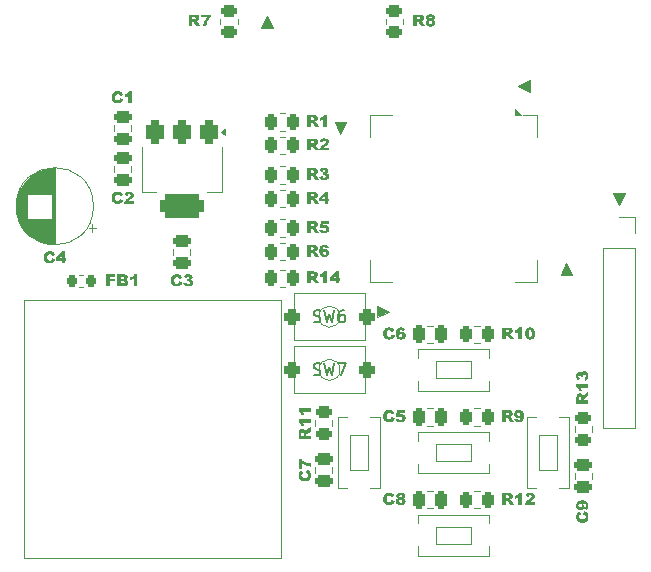
<source format=gbr>
%TF.GenerationSoftware,KiCad,Pcbnew,8.0.1*%
%TF.CreationDate,2024-06-09T16:01:48+09:00*%
%TF.ProjectId,main,6d61696e-2e6b-4696-9361-645f70636258,rev?*%
%TF.SameCoordinates,Original*%
%TF.FileFunction,Legend,Top*%
%TF.FilePolarity,Positive*%
%FSLAX46Y46*%
G04 Gerber Fmt 4.6, Leading zero omitted, Abs format (unit mm)*
G04 Created by KiCad (PCBNEW 8.0.1) date 2024-06-09 16:01:48*
%MOMM*%
%LPD*%
G01*
G04 APERTURE LIST*
G04 Aperture macros list*
%AMRoundRect*
0 Rectangle with rounded corners*
0 $1 Rounding radius*
0 $2 $3 $4 $5 $6 $7 $8 $9 X,Y pos of 4 corners*
0 Add a 4 corners polygon primitive as box body*
4,1,4,$2,$3,$4,$5,$6,$7,$8,$9,$2,$3,0*
0 Add four circle primitives for the rounded corners*
1,1,$1+$1,$2,$3*
1,1,$1+$1,$4,$5*
1,1,$1+$1,$6,$7*
1,1,$1+$1,$8,$9*
0 Add four rect primitives between the rounded corners*
20,1,$1+$1,$2,$3,$4,$5,0*
20,1,$1+$1,$4,$5,$6,$7,0*
20,1,$1+$1,$6,$7,$8,$9,0*
20,1,$1+$1,$8,$9,$2,$3,0*%
%AMHorizOval*
0 Thick line with rounded ends*
0 $1 width*
0 $2 $3 position (X,Y) of the first rounded end (center of the circle)*
0 $4 $5 position (X,Y) of the second rounded end (center of the circle)*
0 Add line between two ends*
20,1,$1,$2,$3,$4,$5,0*
0 Add two circle primitives to create the rounded ends*
1,1,$1,$2,$3*
1,1,$1,$4,$5*%
G04 Aperture macros list end*
%ADD10C,0.100000*%
%ADD11C,0.150000*%
%ADD12C,0.120000*%
%ADD13RoundRect,0.350000X-0.350000X-0.350000X0.350000X-0.350000X0.350000X0.350000X-0.350000X0.350000X0*%
%ADD14RoundRect,0.375000X-0.375000X0.625000X-0.375000X-0.625000X0.375000X-0.625000X0.375000X0.625000X0*%
%ADD15RoundRect,0.500000X-1.400000X0.500000X-1.400000X-0.500000X1.400000X-0.500000X1.400000X0.500000X0*%
%ADD16RoundRect,0.250000X0.475000X-0.250000X0.475000X0.250000X-0.475000X0.250000X-0.475000X-0.250000X0*%
%ADD17R,1.000000X1.000000*%
%ADD18O,1.000000X1.000000*%
%ADD19RoundRect,0.250000X-0.450000X0.262500X-0.450000X-0.262500X0.450000X-0.262500X0.450000X0.262500X0*%
%ADD20C,3.200000*%
%ADD21RoundRect,0.250000X0.262500X0.450000X-0.262500X0.450000X-0.262500X-0.450000X0.262500X-0.450000X0*%
%ADD22O,1.400000X2.100000*%
%ADD23RoundRect,0.250000X-0.250000X-0.475000X0.250000X-0.475000X0.250000X0.475000X-0.250000X0.475000X0*%
%ADD24RoundRect,0.250000X-0.262500X-0.450000X0.262500X-0.450000X0.262500X0.450000X-0.262500X0.450000X0*%
%ADD25O,2.100000X1.400000*%
%ADD26RoundRect,0.250000X0.450000X-0.262500X0.450000X0.262500X-0.450000X0.262500X-0.450000X-0.262500X0*%
%ADD27RoundRect,0.250000X-0.475000X0.250000X-0.475000X-0.250000X0.475000X-0.250000X0.475000X0.250000X0*%
%ADD28R,1.350000X1.350000*%
%ADD29C,1.350000*%
%ADD30R,1.700000X1.700000*%
%ADD31O,1.700000X1.700000*%
%ADD32HorizOval,3.100000X-0.424264X-0.424264X0.424264X0.424264X0*%
%ADD33O,0.900000X1.400000*%
%ADD34O,1.400000X0.900000*%
%ADD35O,1.200000X0.900000*%
%ADD36RoundRect,0.218750X0.218750X0.256250X-0.218750X0.256250X-0.218750X-0.256250X0.218750X-0.256250X0*%
%ADD37R,1.600000X1.600000*%
%ADD38C,1.600000*%
%ADD39O,4.500000X1.800000*%
G04 APERTURE END LIST*
D10*
X26000000Y10000000D02*
X25500000Y11000000D01*
X26500000Y11000000D01*
X26000000Y10000000D01*
G36*
X26000000Y10000000D02*
G01*
X25500000Y11000000D01*
X26500000Y11000000D01*
X26000000Y10000000D01*
G37*
D11*
X166667Y-4407200D02*
X309524Y-4454819D01*
X309524Y-4454819D02*
X547619Y-4454819D01*
X547619Y-4454819D02*
X642857Y-4407200D01*
X642857Y-4407200D02*
X690476Y-4359580D01*
X690476Y-4359580D02*
X738095Y-4264342D01*
X738095Y-4264342D02*
X738095Y-4169104D01*
X738095Y-4169104D02*
X690476Y-4073866D01*
X690476Y-4073866D02*
X642857Y-4026247D01*
X642857Y-4026247D02*
X547619Y-3978628D01*
X547619Y-3978628D02*
X357143Y-3931009D01*
X357143Y-3931009D02*
X261905Y-3883390D01*
X261905Y-3883390D02*
X214286Y-3835771D01*
X214286Y-3835771D02*
X166667Y-3740533D01*
X166667Y-3740533D02*
X166667Y-3645295D01*
X166667Y-3645295D02*
X214286Y-3550057D01*
X214286Y-3550057D02*
X261905Y-3502438D01*
X261905Y-3502438D02*
X357143Y-3454819D01*
X357143Y-3454819D02*
X595238Y-3454819D01*
X595238Y-3454819D02*
X738095Y-3502438D01*
X1071429Y-3454819D02*
X1309524Y-4454819D01*
X1309524Y-4454819D02*
X1500000Y-3740533D01*
X1500000Y-3740533D02*
X1690476Y-4454819D01*
X1690476Y-4454819D02*
X1928572Y-3454819D01*
X2214286Y-3454819D02*
X2880952Y-3454819D01*
X2880952Y-3454819D02*
X2452381Y-4454819D01*
X166667Y92800D02*
X309524Y45180D01*
X309524Y45180D02*
X547619Y45180D01*
X547619Y45180D02*
X642857Y92800D01*
X642857Y92800D02*
X690476Y140419D01*
X690476Y140419D02*
X738095Y235657D01*
X738095Y235657D02*
X738095Y330895D01*
X738095Y330895D02*
X690476Y426133D01*
X690476Y426133D02*
X642857Y473752D01*
X642857Y473752D02*
X547619Y521371D01*
X547619Y521371D02*
X357143Y568990D01*
X357143Y568990D02*
X261905Y616609D01*
X261905Y616609D02*
X214286Y664228D01*
X214286Y664228D02*
X166667Y759466D01*
X166667Y759466D02*
X166667Y854704D01*
X166667Y854704D02*
X214286Y949942D01*
X214286Y949942D02*
X261905Y997561D01*
X261905Y997561D02*
X357143Y1045180D01*
X357143Y1045180D02*
X595238Y1045180D01*
X595238Y1045180D02*
X738095Y997561D01*
X1071429Y1045180D02*
X1309524Y45180D01*
X1309524Y45180D02*
X1500000Y759466D01*
X1500000Y759466D02*
X1690476Y45180D01*
X1690476Y45180D02*
X1928572Y1045180D01*
X2738095Y1045180D02*
X2547619Y1045180D01*
X2547619Y1045180D02*
X2452381Y997561D01*
X2452381Y997561D02*
X2404762Y949942D01*
X2404762Y949942D02*
X2309524Y807085D01*
X2309524Y807085D02*
X2261905Y616609D01*
X2261905Y616609D02*
X2261905Y235657D01*
X2261905Y235657D02*
X2309524Y140419D01*
X2309524Y140419D02*
X2357143Y92800D01*
X2357143Y92800D02*
X2452381Y45180D01*
X2452381Y45180D02*
X2642857Y45180D01*
X2642857Y45180D02*
X2738095Y92800D01*
X2738095Y92800D02*
X2785714Y140419D01*
X2785714Y140419D02*
X2833333Y235657D01*
X2833333Y235657D02*
X2833333Y473752D01*
X2833333Y473752D02*
X2785714Y568990D01*
X2785714Y568990D02*
X2738095Y616609D01*
X2738095Y616609D02*
X2642857Y664228D01*
X2642857Y664228D02*
X2452381Y664228D01*
X2452381Y664228D02*
X2357143Y616609D01*
X2357143Y616609D02*
X2309524Y568990D01*
X2309524Y568990D02*
X2261905Y473752D01*
G36*
X-491420Y-12737158D02*
G01*
X-412529Y-12464583D01*
X-364629Y-12478071D01*
X-314266Y-12497206D01*
X-268573Y-12520309D01*
X-227552Y-12547382D01*
X-222752Y-12551045D01*
X-182962Y-12586553D01*
X-149045Y-12626582D01*
X-121001Y-12671132D01*
X-107958Y-12697835D01*
X-91075Y-12744547D01*
X-79016Y-12797242D01*
X-72421Y-12848259D01*
X-69519Y-12903858D01*
X-69368Y-12920585D01*
X-70519Y-12970409D01*
X-74938Y-13026325D01*
X-82672Y-13078017D01*
X-95884Y-13132984D01*
X-113607Y-13182202D01*
X-116507Y-13188763D01*
X-140661Y-13232928D01*
X-171665Y-13274382D01*
X-209517Y-13313124D01*
X-247413Y-13344173D01*
X-282836Y-13368526D01*
X-329868Y-13394175D01*
X-381571Y-13414516D01*
X-437946Y-13429552D01*
X-488492Y-13438027D01*
X-542283Y-13442818D01*
X-587651Y-13443997D01*
X-647716Y-13441921D01*
X-704201Y-13435693D01*
X-757106Y-13425313D01*
X-806432Y-13410780D01*
X-852178Y-13392096D01*
X-904326Y-13362901D01*
X-950881Y-13327219D01*
X-967937Y-13311129D01*
X-1006285Y-13266913D01*
X-1038133Y-13217305D01*
X-1063482Y-13162308D01*
X-1079081Y-13114429D01*
X-1090520Y-13063100D01*
X-1097800Y-13008320D01*
X-1100920Y-12950091D01*
X-1101050Y-12934995D01*
X-1099165Y-12877529D01*
X-1093513Y-12824046D01*
X-1084091Y-12774546D01*
X-1067811Y-12720404D01*
X-1046104Y-12671999D01*
X-1023869Y-12636042D01*
X-992015Y-12597159D01*
X-954340Y-12562208D01*
X-910843Y-12531190D01*
X-861524Y-12504105D01*
X-815978Y-12484538D01*
X-786709Y-12474109D01*
X-725893Y-12748882D01*
X-771519Y-12766511D01*
X-792815Y-12779168D01*
X-829102Y-12814335D01*
X-847281Y-12843160D01*
X-863392Y-12891012D01*
X-866577Y-12927424D01*
X-861371Y-12977219D01*
X-843071Y-13025866D01*
X-811594Y-13066709D01*
X-783290Y-13089601D01*
X-737776Y-13112012D01*
X-685026Y-13125085D01*
X-636278Y-13130605D01*
X-589117Y-13132099D01*
X-531366Y-13130313D01*
X-480845Y-13124955D01*
X-431041Y-13114189D01*
X-381468Y-13093203D01*
X-364658Y-13081297D01*
X-330033Y-13041492D01*
X-309780Y-12991933D01*
X-303841Y-12938415D01*
X-308516Y-12886813D01*
X-324458Y-12839915D01*
X-351713Y-12803348D01*
X-393913Y-12772631D01*
X-438421Y-12752438D01*
X-485738Y-12738465D01*
X-491420Y-12737158D01*
G37*
G36*
X-1085418Y-12359803D02*
G01*
X-1085418Y-11543055D01*
X-898084Y-11543055D01*
X-861714Y-11581752D01*
X-824227Y-11617977D01*
X-785624Y-11651728D01*
X-745905Y-11683006D01*
X-705070Y-11711812D01*
X-691210Y-11720864D01*
X-648245Y-11747001D01*
X-603765Y-11771373D01*
X-557770Y-11793979D01*
X-510261Y-11814821D01*
X-461237Y-11833898D01*
X-410698Y-11851209D01*
X-390059Y-11857640D01*
X-340042Y-11871650D01*
X-286710Y-11883824D01*
X-230064Y-11894159D01*
X-180326Y-11901368D01*
X-128288Y-11907301D01*
X-85000Y-11911129D01*
X-85000Y-12190054D01*
X-145007Y-12181224D01*
X-202541Y-12171217D01*
X-257603Y-12160035D01*
X-310191Y-12147678D01*
X-360307Y-12134146D01*
X-407950Y-12119438D01*
X-464025Y-12099400D01*
X-495816Y-12086495D01*
X-548278Y-12062351D01*
X-601861Y-12034188D01*
X-645535Y-12008764D01*
X-689926Y-11980768D01*
X-735035Y-11950199D01*
X-780861Y-11917059D01*
X-827404Y-11881346D01*
X-850945Y-11862525D01*
X-850945Y-12359803D01*
X-1085418Y-12359803D01*
G37*
G36*
X23415000Y-6254082D02*
G01*
X23108963Y-6420167D01*
X23064979Y-6446594D01*
X23031782Y-6476587D01*
X23011842Y-6522154D01*
X23008579Y-6552791D01*
X23008579Y-6580390D01*
X23415000Y-6580390D01*
X23415000Y-6892777D01*
X22414581Y-6892777D01*
X22414581Y-6580390D01*
X22617791Y-6580390D01*
X22821001Y-6580390D01*
X22821001Y-6449232D01*
X22813935Y-6397895D01*
X22807323Y-6366678D01*
X22783457Y-6322506D01*
X22776060Y-6316120D01*
X22729946Y-6297267D01*
X22717930Y-6296580D01*
X22668424Y-6307515D01*
X22643681Y-6327599D01*
X22623480Y-6375669D01*
X22618018Y-6428110D01*
X22617791Y-6443614D01*
X22617791Y-6580390D01*
X22414581Y-6580390D01*
X22414581Y-6374249D01*
X22415448Y-6322515D01*
X22418652Y-6268213D01*
X22425205Y-6214140D01*
X22436262Y-6163490D01*
X22439249Y-6153698D01*
X22461034Y-6104800D01*
X22492804Y-6062886D01*
X22530352Y-6030844D01*
X22574712Y-6006114D01*
X22624748Y-5990544D01*
X22674634Y-5984361D01*
X22692285Y-5983949D01*
X22742097Y-5987455D01*
X22791711Y-5999412D01*
X22835900Y-6019853D01*
X22877951Y-6050376D01*
X22913615Y-6088455D01*
X22933841Y-6118039D01*
X22955701Y-6165239D01*
X22970405Y-6214469D01*
X22973408Y-6227215D01*
X22992154Y-6179099D01*
X23010778Y-6146127D01*
X23045765Y-6111826D01*
X23064511Y-6096545D01*
X23104525Y-6066604D01*
X23127526Y-6052826D01*
X23415000Y-5902372D01*
X23415000Y-6254082D01*
G37*
G36*
X22398949Y-5219958D02*
G01*
X23415000Y-5219958D01*
X23415000Y-5503035D01*
X22749682Y-5503035D01*
X22780980Y-5545501D01*
X22808319Y-5587108D01*
X22833819Y-5631884D01*
X22835900Y-5635903D01*
X22858251Y-5683904D01*
X22878019Y-5734203D01*
X22895362Y-5784896D01*
X22899159Y-5796859D01*
X22664685Y-5796859D01*
X22647097Y-5745528D01*
X22628221Y-5698697D01*
X22604570Y-5649746D01*
X22579167Y-5606920D01*
X22555997Y-5575087D01*
X22522277Y-5537779D01*
X22484862Y-5504745D01*
X22443753Y-5475985D01*
X22398949Y-5451500D01*
X22398949Y-5219958D01*
G37*
G36*
X22711580Y-4649651D02*
G01*
X22667616Y-4914166D01*
X22620945Y-4899663D01*
X22571921Y-4877338D01*
X22528741Y-4849193D01*
X22491405Y-4815228D01*
X22468314Y-4787404D01*
X22441286Y-4742642D01*
X22420897Y-4690425D01*
X22408704Y-4639732D01*
X22401388Y-4583561D01*
X22399017Y-4532567D01*
X22398949Y-4521912D01*
X22400690Y-4462912D01*
X22405914Y-4409255D01*
X22414620Y-4360940D01*
X22429664Y-4310016D01*
X22453553Y-4260327D01*
X22470268Y-4236636D01*
X22508111Y-4198168D01*
X22550563Y-4170690D01*
X22597626Y-4154204D01*
X22649298Y-4148709D01*
X22698563Y-4154634D01*
X22747289Y-4174269D01*
X22763604Y-4184612D01*
X22803182Y-4219592D01*
X22833396Y-4258572D01*
X22853485Y-4292323D01*
X22868244Y-4243662D01*
X22887435Y-4203175D01*
X22918577Y-4163618D01*
X22957292Y-4132569D01*
X22969745Y-4125261D01*
X23017984Y-4106227D01*
X23069558Y-4098097D01*
X23091133Y-4097418D01*
X23140445Y-4101069D01*
X23188635Y-4112023D01*
X23235705Y-4130281D01*
X23261371Y-4143579D01*
X23304165Y-4172615D01*
X23341046Y-4208065D01*
X23372016Y-4249930D01*
X23386667Y-4275959D01*
X23405901Y-4322594D01*
X23419640Y-4376038D01*
X23427153Y-4428385D01*
X23430245Y-4477404D01*
X23430631Y-4503349D01*
X23429506Y-4552788D01*
X23425350Y-4605323D01*
X23416852Y-4658580D01*
X23402510Y-4709844D01*
X23398635Y-4719993D01*
X23375599Y-4766861D01*
X23346791Y-4808244D01*
X23312210Y-4844141D01*
X23304602Y-4850662D01*
X23262751Y-4880253D01*
X23214747Y-4905216D01*
X23166282Y-4923727D01*
X23149019Y-4929064D01*
X23118000Y-4649651D01*
X23164860Y-4634801D01*
X23206338Y-4608995D01*
X23215942Y-4598604D01*
X23237863Y-4553438D01*
X23243053Y-4510188D01*
X23234520Y-4461655D01*
X23206607Y-4418997D01*
X23204218Y-4416643D01*
X23161946Y-4389645D01*
X23112325Y-4379360D01*
X23100415Y-4379030D01*
X23051594Y-4384995D01*
X23007583Y-4406705D01*
X22998077Y-4415177D01*
X22970783Y-4457554D01*
X22961720Y-4509038D01*
X22961685Y-4512875D01*
X22967791Y-4563727D01*
X22977316Y-4603489D01*
X22771175Y-4589078D01*
X22774106Y-4552686D01*
X22766596Y-4502311D01*
X22744064Y-4461095D01*
X22704515Y-4430301D01*
X22672990Y-4424214D01*
X22624664Y-4438472D01*
X22610219Y-4451814D01*
X22589327Y-4496658D01*
X22586528Y-4527285D01*
X22595338Y-4577191D01*
X22614371Y-4607885D01*
X22655552Y-4635000D01*
X22703043Y-4648199D01*
X22711580Y-4649651D01*
G37*
G36*
X16677484Y-7415448D02*
G01*
X16731786Y-7418652D01*
X16785859Y-7425205D01*
X16836509Y-7436262D01*
X16846301Y-7439249D01*
X16895199Y-7461034D01*
X16937113Y-7492804D01*
X16969155Y-7530352D01*
X16993885Y-7574712D01*
X17009455Y-7624748D01*
X17015638Y-7674634D01*
X17016050Y-7692285D01*
X17012544Y-7742097D01*
X17000587Y-7791711D01*
X16980146Y-7835900D01*
X16949623Y-7877951D01*
X16911544Y-7913615D01*
X16881960Y-7933841D01*
X16834760Y-7955701D01*
X16785530Y-7970405D01*
X16772784Y-7973408D01*
X16820900Y-7992154D01*
X16853872Y-8010778D01*
X16888173Y-8045765D01*
X16903454Y-8064511D01*
X16933395Y-8104525D01*
X16947173Y-8127526D01*
X17097627Y-8415000D01*
X16745917Y-8415000D01*
X16579832Y-8108963D01*
X16553405Y-8064979D01*
X16523412Y-8031782D01*
X16477845Y-8011842D01*
X16447208Y-8008579D01*
X16419609Y-8008579D01*
X16419609Y-8415000D01*
X16107222Y-8415000D01*
X16107222Y-7617791D01*
X16419609Y-7617791D01*
X16419609Y-7821001D01*
X16550767Y-7821001D01*
X16602104Y-7813935D01*
X16633321Y-7807323D01*
X16677493Y-7783457D01*
X16683879Y-7776060D01*
X16702732Y-7729946D01*
X16703419Y-7717930D01*
X16692484Y-7668424D01*
X16672400Y-7643681D01*
X16624330Y-7623480D01*
X16571889Y-7618018D01*
X16556385Y-7617791D01*
X16419609Y-7617791D01*
X16107222Y-7617791D01*
X16107222Y-7414581D01*
X16625750Y-7414581D01*
X16677484Y-7415448D01*
G37*
G36*
X17578422Y-7400761D02*
G01*
X17628805Y-7406196D01*
X17682269Y-7417117D01*
X17730005Y-7432971D01*
X17766364Y-7450484D01*
X17809732Y-7479916D01*
X17848490Y-7516919D01*
X17878622Y-7555507D01*
X17905224Y-7599892D01*
X17912177Y-7613639D01*
X17933495Y-7666027D01*
X17947600Y-7716419D01*
X17957858Y-7771877D01*
X17963468Y-7821963D01*
X17966406Y-7875566D01*
X17966887Y-7909417D01*
X17965878Y-7958796D01*
X17961394Y-8020681D01*
X17953323Y-8078047D01*
X17941664Y-8130895D01*
X17926418Y-8179225D01*
X17902315Y-8233283D01*
X17872608Y-8280280D01*
X17852093Y-8305090D01*
X17814126Y-8341257D01*
X17771817Y-8371293D01*
X17725168Y-8395200D01*
X17674177Y-8412977D01*
X17618846Y-8424624D01*
X17559173Y-8430141D01*
X17534089Y-8430631D01*
X17483947Y-8429264D01*
X17432594Y-8424352D01*
X17382414Y-8414557D01*
X17344556Y-8402055D01*
X17299610Y-8379123D01*
X17260147Y-8349958D01*
X17229030Y-8318035D01*
X17199972Y-8276825D01*
X17175936Y-8229092D01*
X17158443Y-8180038D01*
X17436636Y-8149263D01*
X17452588Y-8195472D01*
X17473761Y-8222048D01*
X17519419Y-8241740D01*
X17537508Y-8243053D01*
X17587362Y-8231846D01*
X17627380Y-8198228D01*
X17642533Y-8175153D01*
X17659862Y-8127512D01*
X17670399Y-8076259D01*
X17678191Y-8019942D01*
X17683810Y-7963150D01*
X17649040Y-7998082D01*
X17610320Y-8028158D01*
X17580739Y-8045216D01*
X17531398Y-8062914D01*
X17479889Y-8070473D01*
X17458618Y-8071106D01*
X17409362Y-8067808D01*
X17355652Y-8055627D01*
X17305985Y-8034469D01*
X17260362Y-8004336D01*
X17230251Y-7977316D01*
X17193991Y-7933911D01*
X17166638Y-7885761D01*
X17148190Y-7832865D01*
X17139466Y-7783749D01*
X17137194Y-7740157D01*
X17137740Y-7732341D01*
X17402930Y-7732341D01*
X17408288Y-7782601D01*
X17428084Y-7828910D01*
X17441032Y-7844692D01*
X17483897Y-7873818D01*
X17532734Y-7883489D01*
X17536287Y-7883527D01*
X17587124Y-7875262D01*
X17629266Y-7850468D01*
X17634228Y-7845914D01*
X17662453Y-7803513D01*
X17672937Y-7755219D01*
X17673551Y-7738203D01*
X17667747Y-7689224D01*
X17646302Y-7643022D01*
X17632274Y-7626828D01*
X17589835Y-7597902D01*
X17539453Y-7586685D01*
X17532135Y-7586528D01*
X17481149Y-7595626D01*
X17439567Y-7622920D01*
X17413270Y-7665088D01*
X17403503Y-7714656D01*
X17402930Y-7732341D01*
X17137740Y-7732341D01*
X17140942Y-7686456D01*
X17152187Y-7635537D01*
X17170927Y-7587400D01*
X17184577Y-7561859D01*
X17214051Y-7519651D01*
X17249166Y-7483703D01*
X17289923Y-7454015D01*
X17315003Y-7440226D01*
X17365194Y-7420273D01*
X17415420Y-7408019D01*
X17470928Y-7400924D01*
X17523831Y-7398949D01*
X17578422Y-7400761D01*
G37*
G36*
X6752164Y-15008579D02*
G01*
X7024739Y-15087470D01*
X7011251Y-15135370D01*
X6992116Y-15185733D01*
X6969013Y-15231426D01*
X6941940Y-15272447D01*
X6938277Y-15277247D01*
X6902769Y-15317037D01*
X6862740Y-15350954D01*
X6818190Y-15378998D01*
X6791487Y-15392041D01*
X6744775Y-15408924D01*
X6692080Y-15420983D01*
X6641063Y-15427578D01*
X6585464Y-15430480D01*
X6568737Y-15430631D01*
X6518913Y-15429480D01*
X6462997Y-15425061D01*
X6411305Y-15417327D01*
X6356338Y-15404115D01*
X6307120Y-15386392D01*
X6300559Y-15383492D01*
X6256394Y-15359338D01*
X6214940Y-15328334D01*
X6176198Y-15290482D01*
X6145149Y-15252586D01*
X6120796Y-15217163D01*
X6095147Y-15170131D01*
X6074806Y-15118428D01*
X6059770Y-15062053D01*
X6051295Y-15011507D01*
X6046504Y-14957716D01*
X6045325Y-14912348D01*
X6047401Y-14852283D01*
X6053629Y-14795798D01*
X6064009Y-14742893D01*
X6078542Y-14693567D01*
X6097226Y-14647821D01*
X6126421Y-14595673D01*
X6162103Y-14549118D01*
X6178193Y-14532062D01*
X6222409Y-14493714D01*
X6272017Y-14461866D01*
X6327014Y-14436517D01*
X6374893Y-14420918D01*
X6426222Y-14409479D01*
X6481002Y-14402199D01*
X6539231Y-14399079D01*
X6554327Y-14398949D01*
X6611793Y-14400834D01*
X6665276Y-14406486D01*
X6714776Y-14415908D01*
X6768918Y-14432188D01*
X6817323Y-14453895D01*
X6853280Y-14476130D01*
X6892163Y-14507984D01*
X6927114Y-14545659D01*
X6958132Y-14589156D01*
X6985217Y-14638475D01*
X7004784Y-14684021D01*
X7015213Y-14713290D01*
X6740440Y-14774106D01*
X6722811Y-14728480D01*
X6710154Y-14707184D01*
X6674987Y-14670897D01*
X6646162Y-14652718D01*
X6598310Y-14636607D01*
X6561898Y-14633422D01*
X6512103Y-14638628D01*
X6463456Y-14656928D01*
X6422613Y-14688405D01*
X6399721Y-14716709D01*
X6377310Y-14762223D01*
X6364237Y-14814973D01*
X6358717Y-14863721D01*
X6357223Y-14910882D01*
X6359009Y-14968633D01*
X6364367Y-15019154D01*
X6375133Y-15068958D01*
X6396119Y-15118531D01*
X6408025Y-15135341D01*
X6447830Y-15169966D01*
X6497389Y-15190219D01*
X6550907Y-15196158D01*
X6602509Y-15191483D01*
X6649407Y-15175541D01*
X6685974Y-15148286D01*
X6716691Y-15106086D01*
X6736884Y-15061578D01*
X6750857Y-15014261D01*
X6752164Y-15008579D01*
G37*
G36*
X7568667Y-14400117D02*
G01*
X7625091Y-14404861D01*
X7676363Y-14413255D01*
X7731089Y-14428144D01*
X7778396Y-14448288D01*
X7818284Y-14473688D01*
X7855875Y-14508125D01*
X7887531Y-14552005D01*
X7907128Y-14600709D01*
X7914665Y-14654236D01*
X7914760Y-14661266D01*
X7908391Y-14713436D01*
X7889284Y-14762784D01*
X7876169Y-14784609D01*
X7841905Y-14823914D01*
X7800488Y-14857111D01*
X7785555Y-14867163D01*
X7828276Y-14891448D01*
X7867994Y-14923190D01*
X7902262Y-14963892D01*
X7907432Y-14971943D01*
X7930377Y-15018283D01*
X7943797Y-15067970D01*
X7947732Y-15116046D01*
X7943634Y-15167253D01*
X7931339Y-15216093D01*
X7913050Y-15258440D01*
X7887330Y-15300395D01*
X7854992Y-15338068D01*
X7827809Y-15360778D01*
X7782659Y-15386846D01*
X7733755Y-15405398D01*
X7702024Y-15413778D01*
X7649151Y-15423373D01*
X7599081Y-15428640D01*
X7547103Y-15430615D01*
X7541801Y-15430631D01*
X7484379Y-15429292D01*
X7432281Y-15425273D01*
X7378228Y-15417199D01*
X7325327Y-15403506D01*
X7297069Y-15392529D01*
X7252741Y-15368257D01*
X7211010Y-15334626D01*
X7177197Y-15293982D01*
X7168598Y-15280422D01*
X7145414Y-15232322D01*
X7130816Y-15180835D01*
X7125020Y-15131602D01*
X7124634Y-15114581D01*
X7125499Y-15103101D01*
X7403559Y-15103101D01*
X7411320Y-15152703D01*
X7436858Y-15196405D01*
X7444104Y-15203974D01*
X7484690Y-15232023D01*
X7533661Y-15243014D01*
X7536916Y-15243053D01*
X7587220Y-15231817D01*
X7626797Y-15203241D01*
X7655373Y-15161249D01*
X7666453Y-15109918D01*
X7666609Y-15102369D01*
X7658895Y-15052600D01*
X7633511Y-15008823D01*
X7626309Y-15001252D01*
X7585912Y-14972852D01*
X7536552Y-14961723D01*
X7533252Y-14961685D01*
X7484526Y-14971271D01*
X7442394Y-15000031D01*
X7414519Y-15041655D01*
X7403901Y-15091156D01*
X7403559Y-15103101D01*
X7125499Y-15103101D01*
X7128641Y-15061382D01*
X7140662Y-15013525D01*
X7163142Y-14967054D01*
X7165667Y-14963150D01*
X7199326Y-14923818D01*
X7239092Y-14893822D01*
X7287588Y-14869312D01*
X7292917Y-14867163D01*
X7248507Y-14840567D01*
X7209458Y-14806674D01*
X7196930Y-14791203D01*
X7171777Y-14745866D01*
X7158233Y-14695582D01*
X7157112Y-14679829D01*
X7418702Y-14679829D01*
X7432692Y-14728345D01*
X7451187Y-14748217D01*
X7497629Y-14769833D01*
X7538137Y-14774106D01*
X7586781Y-14765992D01*
X7617028Y-14748461D01*
X7645017Y-14706041D01*
X7648046Y-14682027D01*
X7634162Y-14633190D01*
X7615806Y-14613150D01*
X7571149Y-14590922D01*
X7533252Y-14586528D01*
X7484582Y-14593903D01*
X7450454Y-14612662D01*
X7422454Y-14653269D01*
X7418702Y-14679829D01*
X7157112Y-14679829D01*
X7155653Y-14659312D01*
X7161345Y-14607809D01*
X7178420Y-14560584D01*
X7206879Y-14517636D01*
X7246721Y-14478966D01*
X7274599Y-14458789D01*
X7317973Y-14435472D01*
X7367096Y-14417883D01*
X7421971Y-14406020D01*
X7473582Y-14400410D01*
X7519819Y-14398949D01*
X7568667Y-14400117D01*
G37*
G36*
X177484Y4334551D02*
G01*
X231786Y4331347D01*
X285859Y4324794D01*
X336509Y4313737D01*
X346301Y4310750D01*
X395199Y4288965D01*
X437113Y4257195D01*
X469155Y4219647D01*
X493885Y4175287D01*
X509455Y4125251D01*
X515638Y4075365D01*
X516050Y4057714D01*
X512544Y4007902D01*
X500587Y3958288D01*
X480146Y3914099D01*
X449623Y3872048D01*
X411544Y3836384D01*
X381960Y3816158D01*
X334760Y3794298D01*
X285530Y3779594D01*
X272784Y3776591D01*
X320900Y3757845D01*
X353872Y3739221D01*
X388173Y3704234D01*
X403454Y3685488D01*
X433395Y3645474D01*
X447173Y3622473D01*
X597627Y3335000D01*
X245917Y3335000D01*
X79832Y3641036D01*
X53405Y3685020D01*
X23412Y3718217D01*
X-22154Y3738157D01*
X-52791Y3741420D01*
X-80390Y3741420D01*
X-80390Y3335000D01*
X-392777Y3335000D01*
X-392777Y4132208D01*
X-80390Y4132208D01*
X-80390Y3928998D01*
X50767Y3928998D01*
X102104Y3936064D01*
X133321Y3942676D01*
X177493Y3966542D01*
X183879Y3973939D01*
X202732Y4020053D01*
X203419Y4032069D01*
X192484Y4081575D01*
X172400Y4106318D01*
X124330Y4126519D01*
X71889Y4131981D01*
X56385Y4132208D01*
X-80390Y4132208D01*
X-392777Y4132208D01*
X-392777Y4335418D01*
X125750Y4335418D01*
X177484Y4334551D01*
G37*
G36*
X1280041Y4351050D02*
G01*
X1280041Y3335000D01*
X996964Y3335000D01*
X996964Y4000317D01*
X954498Y3969019D01*
X912891Y3941680D01*
X868115Y3916180D01*
X864096Y3914099D01*
X816095Y3891748D01*
X765796Y3871980D01*
X715103Y3854637D01*
X703140Y3850840D01*
X703140Y4085314D01*
X754471Y4102902D01*
X801302Y4121778D01*
X850253Y4145429D01*
X893079Y4170832D01*
X924912Y4194002D01*
X962220Y4227722D01*
X995254Y4265137D01*
X1024014Y4306246D01*
X1048499Y4351050D01*
X1280041Y4351050D01*
G37*
G36*
X2303663Y3741420D02*
G01*
X2430181Y3741420D01*
X2430181Y3506946D01*
X2303663Y3506946D01*
X2303663Y3335000D01*
X2059909Y3335000D01*
X2059909Y3506946D01*
X1550174Y3506946D01*
X1550174Y3739221D01*
X1552006Y3741420D01*
X1790753Y3741420D01*
X2059909Y3741420D01*
X2059909Y4056737D01*
X1790753Y3741420D01*
X1552006Y3741420D01*
X2059909Y4351050D01*
X2303663Y4351050D01*
X2303663Y3741420D01*
G37*
G36*
X177484Y8584551D02*
G01*
X231786Y8581347D01*
X285859Y8574794D01*
X336509Y8563737D01*
X346301Y8560750D01*
X395199Y8538965D01*
X437113Y8507195D01*
X469155Y8469647D01*
X493885Y8425287D01*
X509455Y8375251D01*
X515638Y8325365D01*
X516050Y8307714D01*
X512544Y8257902D01*
X500587Y8208288D01*
X480146Y8164099D01*
X449623Y8122048D01*
X411544Y8086384D01*
X381960Y8066158D01*
X334760Y8044298D01*
X285530Y8029594D01*
X272784Y8026591D01*
X320900Y8007845D01*
X353872Y7989221D01*
X388173Y7954234D01*
X403454Y7935488D01*
X433395Y7895474D01*
X447173Y7872473D01*
X597627Y7585000D01*
X245917Y7585000D01*
X79832Y7891036D01*
X53405Y7935020D01*
X23412Y7968217D01*
X-22154Y7988157D01*
X-52791Y7991420D01*
X-80390Y7991420D01*
X-80390Y7585000D01*
X-392777Y7585000D01*
X-392777Y8382208D01*
X-80390Y8382208D01*
X-80390Y8178998D01*
X50767Y8178998D01*
X102104Y8186064D01*
X133321Y8192676D01*
X177493Y8216542D01*
X183879Y8223939D01*
X202732Y8270053D01*
X203419Y8282069D01*
X192484Y8331575D01*
X172400Y8356318D01*
X124330Y8376519D01*
X71889Y8381981D01*
X56385Y8382208D01*
X-80390Y8382208D01*
X-392777Y8382208D01*
X-392777Y8585418D01*
X125750Y8585418D01*
X177484Y8584551D01*
G37*
G36*
X759316Y8585418D02*
G01*
X1423656Y8585418D01*
X1423656Y8350945D01*
X973761Y8350945D01*
X949581Y8209528D01*
X995987Y8230411D01*
X1041905Y8245188D01*
X1090157Y8254526D01*
X1132274Y8257156D01*
X1186960Y8253970D01*
X1237627Y8244413D01*
X1284276Y8228485D01*
X1333620Y8201849D01*
X1377494Y8166542D01*
X1414229Y8124654D01*
X1441942Y8078278D01*
X1460632Y8027415D01*
X1470299Y7972063D01*
X1471772Y7938419D01*
X1467927Y7884613D01*
X1456393Y7832004D01*
X1437170Y7780594D01*
X1423168Y7752550D01*
X1396454Y7710601D01*
X1360342Y7669686D01*
X1317817Y7635417D01*
X1285903Y7616263D01*
X1238337Y7595746D01*
X1184542Y7581092D01*
X1132363Y7573077D01*
X1075415Y7569551D01*
X1058269Y7569368D01*
X1004456Y7570894D01*
X955126Y7575473D01*
X905571Y7584141D01*
X887299Y7588663D01*
X840946Y7604180D01*
X796106Y7626242D01*
X766399Y7646304D01*
X729177Y7679113D01*
X695945Y7718143D01*
X685799Y7733011D01*
X662329Y7776452D01*
X643742Y7823564D01*
X634263Y7854155D01*
X917341Y7881999D01*
X931599Y7833967D01*
X960832Y7792812D01*
X965457Y7788698D01*
X1009747Y7763923D01*
X1055582Y7756946D01*
X1105854Y7765640D01*
X1147216Y7791722D01*
X1152058Y7796514D01*
X1178104Y7838568D01*
X1188820Y7886448D01*
X1190160Y7914483D01*
X1185600Y7964648D01*
X1168453Y8010837D01*
X1151570Y8032208D01*
X1109985Y8059031D01*
X1061005Y8069249D01*
X1049232Y8069577D01*
X999601Y8062613D01*
X970830Y8051748D01*
X929554Y8024136D01*
X909036Y8005097D01*
X670900Y8035872D01*
X759316Y8585418D01*
G37*
G36*
X177484Y15584551D02*
G01*
X231786Y15581347D01*
X285859Y15574794D01*
X336509Y15563737D01*
X346301Y15560750D01*
X395199Y15538965D01*
X437113Y15507195D01*
X469155Y15469647D01*
X493885Y15425287D01*
X509455Y15375251D01*
X515638Y15325365D01*
X516050Y15307714D01*
X512544Y15257902D01*
X500587Y15208288D01*
X480146Y15164099D01*
X449623Y15122048D01*
X411544Y15086384D01*
X381960Y15066158D01*
X334760Y15044298D01*
X285530Y15029594D01*
X272784Y15026591D01*
X320900Y15007845D01*
X353872Y14989221D01*
X388173Y14954234D01*
X403454Y14935488D01*
X433395Y14895474D01*
X447173Y14872473D01*
X597627Y14585000D01*
X245917Y14585000D01*
X79832Y14891036D01*
X53405Y14935020D01*
X23412Y14968217D01*
X-22154Y14988157D01*
X-52791Y14991420D01*
X-80390Y14991420D01*
X-80390Y14585000D01*
X-392777Y14585000D01*
X-392777Y15382208D01*
X-80390Y15382208D01*
X-80390Y15178998D01*
X50767Y15178998D01*
X102104Y15186064D01*
X133321Y15192676D01*
X177493Y15216542D01*
X183879Y15223939D01*
X202732Y15270053D01*
X203419Y15282069D01*
X192484Y15331575D01*
X172400Y15356318D01*
X124330Y15376519D01*
X71889Y15381981D01*
X56385Y15382208D01*
X-80390Y15382208D01*
X-392777Y15382208D01*
X-392777Y15585418D01*
X125750Y15585418D01*
X177484Y15584551D01*
G37*
G36*
X1464933Y14585000D02*
G01*
X625471Y14585000D01*
X634580Y14639318D01*
X649299Y14692210D01*
X669629Y14743676D01*
X695568Y14793716D01*
X712909Y14821671D01*
X744886Y14864590D01*
X778408Y14902258D01*
X818178Y14941655D01*
X854494Y14974418D01*
X894809Y15008288D01*
X939124Y15043264D01*
X987438Y15079347D01*
X1030475Y15111524D01*
X1072783Y15145201D01*
X1110717Y15178593D01*
X1144731Y15215635D01*
X1169450Y15258296D01*
X1179169Y15304050D01*
X1167200Y15353262D01*
X1145219Y15381475D01*
X1101462Y15407347D01*
X1059734Y15413471D01*
X1010947Y15404801D01*
X972051Y15378789D01*
X945107Y15334911D01*
X930584Y15283116D01*
X926378Y15257156D01*
X645987Y15280359D01*
X654562Y15329481D01*
X667568Y15379524D01*
X686287Y15428049D01*
X706559Y15464274D01*
X737543Y15502613D01*
X775539Y15534894D01*
X820547Y15561117D01*
X830390Y15565635D01*
X880322Y15582754D01*
X932880Y15593268D01*
X985179Y15598836D01*
X1034696Y15600911D01*
X1052163Y15601050D01*
X1105183Y15599882D01*
X1161222Y15595568D01*
X1210997Y15588074D01*
X1260212Y15575618D01*
X1281751Y15567833D01*
X1329736Y15543766D01*
X1370804Y15512783D01*
X1404955Y15474882D01*
X1410956Y15466472D01*
X1435814Y15422108D01*
X1451466Y15374499D01*
X1457910Y15323647D01*
X1458094Y15313087D01*
X1453825Y15263010D01*
X1441016Y15214169D01*
X1419667Y15166565D01*
X1404117Y15140652D01*
X1371617Y15098490D01*
X1334139Y15059945D01*
X1295299Y15025678D01*
X1250259Y14990278D01*
X1207990Y14959912D01*
X1164878Y14930351D01*
X1124203Y14901618D01*
X1094905Y14879556D01*
X1057644Y14847299D01*
X1027983Y14819473D01*
X1464933Y14819473D01*
X1464933Y14585000D01*
G37*
G36*
X-85000Y-9231262D02*
G01*
X-391036Y-9397347D01*
X-435020Y-9423774D01*
X-468217Y-9453767D01*
X-488157Y-9499334D01*
X-491420Y-9529971D01*
X-491420Y-9557570D01*
X-85000Y-9557570D01*
X-85000Y-9869957D01*
X-1085418Y-9869957D01*
X-1085418Y-9557570D01*
X-882208Y-9557570D01*
X-678998Y-9557570D01*
X-678998Y-9426412D01*
X-686064Y-9375075D01*
X-692676Y-9343858D01*
X-716542Y-9299686D01*
X-723939Y-9293300D01*
X-770053Y-9274447D01*
X-782069Y-9273760D01*
X-831575Y-9284695D01*
X-856318Y-9304779D01*
X-876519Y-9352849D01*
X-881981Y-9405290D01*
X-882208Y-9420794D01*
X-882208Y-9557570D01*
X-1085418Y-9557570D01*
X-1085418Y-9351429D01*
X-1084551Y-9299695D01*
X-1081347Y-9245393D01*
X-1074794Y-9191320D01*
X-1063737Y-9140670D01*
X-1060750Y-9130878D01*
X-1038965Y-9081980D01*
X-1007195Y-9040066D01*
X-969647Y-9008024D01*
X-925287Y-8983294D01*
X-875251Y-8967724D01*
X-825365Y-8961541D01*
X-807714Y-8961129D01*
X-757902Y-8964635D01*
X-708288Y-8976592D01*
X-664099Y-8997033D01*
X-622048Y-9027556D01*
X-586384Y-9065635D01*
X-566158Y-9095219D01*
X-544298Y-9142419D01*
X-529594Y-9191649D01*
X-526591Y-9204395D01*
X-507845Y-9156279D01*
X-489221Y-9123307D01*
X-454234Y-9089006D01*
X-435488Y-9073725D01*
X-395474Y-9043784D01*
X-372473Y-9030006D01*
X-85000Y-8879552D01*
X-85000Y-9231262D01*
G37*
G36*
X-1101050Y-8197138D02*
G01*
X-85000Y-8197138D01*
X-85000Y-8480215D01*
X-750317Y-8480215D01*
X-719019Y-8522681D01*
X-691680Y-8564288D01*
X-666180Y-8609064D01*
X-664099Y-8613083D01*
X-641748Y-8661084D01*
X-621980Y-8711383D01*
X-604637Y-8762076D01*
X-600840Y-8774039D01*
X-835314Y-8774039D01*
X-852902Y-8722708D01*
X-871778Y-8675877D01*
X-895429Y-8626926D01*
X-920832Y-8584100D01*
X-944002Y-8552267D01*
X-977722Y-8514959D01*
X-1015137Y-8481925D01*
X-1056246Y-8453165D01*
X-1101050Y-8428680D01*
X-1101050Y-8197138D01*
G37*
G36*
X-1101050Y-7264130D02*
G01*
X-85000Y-7264130D01*
X-85000Y-7547207D01*
X-750317Y-7547207D01*
X-719019Y-7589673D01*
X-691680Y-7631280D01*
X-666180Y-7676056D01*
X-664099Y-7680076D01*
X-641748Y-7728076D01*
X-621980Y-7778375D01*
X-604637Y-7829068D01*
X-600840Y-7841032D01*
X-835314Y-7841032D01*
X-852902Y-7789700D01*
X-871778Y-7742869D01*
X-895429Y-7693919D01*
X-920832Y-7651093D01*
X-944002Y-7619259D01*
X-977722Y-7581951D01*
X-1015137Y-7548917D01*
X-1056246Y-7520158D01*
X-1101050Y-7495672D01*
X-1101050Y-7264130D01*
G37*
G36*
X6752164Y-1008579D02*
G01*
X7024739Y-1087470D01*
X7011251Y-1135370D01*
X6992116Y-1185733D01*
X6969013Y-1231426D01*
X6941940Y-1272447D01*
X6938277Y-1277247D01*
X6902769Y-1317037D01*
X6862740Y-1350954D01*
X6818190Y-1378998D01*
X6791487Y-1392041D01*
X6744775Y-1408924D01*
X6692080Y-1420983D01*
X6641063Y-1427578D01*
X6585464Y-1430480D01*
X6568737Y-1430631D01*
X6518913Y-1429480D01*
X6462997Y-1425061D01*
X6411305Y-1417327D01*
X6356338Y-1404115D01*
X6307120Y-1386392D01*
X6300559Y-1383492D01*
X6256394Y-1359338D01*
X6214940Y-1328334D01*
X6176198Y-1290482D01*
X6145149Y-1252586D01*
X6120796Y-1217163D01*
X6095147Y-1170131D01*
X6074806Y-1118428D01*
X6059770Y-1062053D01*
X6051295Y-1011507D01*
X6046504Y-957716D01*
X6045325Y-912348D01*
X6047401Y-852283D01*
X6053629Y-795798D01*
X6064009Y-742893D01*
X6078542Y-693567D01*
X6097226Y-647821D01*
X6126421Y-595673D01*
X6162103Y-549118D01*
X6178193Y-532062D01*
X6222409Y-493714D01*
X6272017Y-461866D01*
X6327014Y-436517D01*
X6374893Y-420918D01*
X6426222Y-409479D01*
X6481002Y-402199D01*
X6539231Y-399079D01*
X6554327Y-398949D01*
X6611793Y-400834D01*
X6665276Y-406486D01*
X6714776Y-415908D01*
X6768918Y-432188D01*
X6817323Y-453895D01*
X6853280Y-476130D01*
X6892163Y-507984D01*
X6927114Y-545659D01*
X6958132Y-589156D01*
X6985217Y-638475D01*
X7004784Y-684021D01*
X7015213Y-713290D01*
X6740440Y-774106D01*
X6722811Y-728480D01*
X6710154Y-707184D01*
X6674987Y-670897D01*
X6646162Y-652718D01*
X6598310Y-636607D01*
X6561898Y-633422D01*
X6512103Y-638628D01*
X6463456Y-656928D01*
X6422613Y-688405D01*
X6399721Y-716709D01*
X6377310Y-762223D01*
X6364237Y-814973D01*
X6358717Y-863721D01*
X6357223Y-910882D01*
X6359009Y-968633D01*
X6364367Y-1019154D01*
X6375133Y-1068958D01*
X6396119Y-1118531D01*
X6408025Y-1135341D01*
X6447830Y-1169966D01*
X6497389Y-1190219D01*
X6550907Y-1196158D01*
X6602509Y-1191483D01*
X6649407Y-1175541D01*
X6685974Y-1148286D01*
X6716691Y-1106086D01*
X6736884Y-1061578D01*
X6750857Y-1014261D01*
X6752164Y-1008579D01*
G37*
G36*
X7609052Y-400328D02*
G01*
X7660446Y-405282D01*
X7710710Y-415161D01*
X7748674Y-427770D01*
X7793870Y-450562D01*
X7833410Y-479646D01*
X7864446Y-511545D01*
X7893556Y-552703D01*
X7917413Y-600615D01*
X7934543Y-650031D01*
X7656351Y-680317D01*
X7639272Y-632000D01*
X7619470Y-607777D01*
X7574132Y-587856D01*
X7555967Y-586528D01*
X7505757Y-597855D01*
X7465462Y-631836D01*
X7450210Y-655160D01*
X7432967Y-702384D01*
X7422602Y-753442D01*
X7415035Y-809664D01*
X7409665Y-866430D01*
X7444406Y-831886D01*
X7483029Y-801970D01*
X7512492Y-784853D01*
X7558296Y-767774D01*
X7609582Y-759402D01*
X7635101Y-758475D01*
X7684108Y-761772D01*
X7737593Y-773954D01*
X7787104Y-795111D01*
X7832642Y-825245D01*
X7862736Y-852264D01*
X7898995Y-895704D01*
X7926349Y-943960D01*
X7944796Y-997031D01*
X7953520Y-1046353D01*
X7955792Y-1090157D01*
X7952064Y-1143523D01*
X7940877Y-1194261D01*
X7922234Y-1242372D01*
X7908653Y-1267965D01*
X7879377Y-1310074D01*
X7844305Y-1346001D01*
X7803437Y-1375745D01*
X7778228Y-1389598D01*
X7727919Y-1409433D01*
X7677620Y-1421615D01*
X7622070Y-1428668D01*
X7569156Y-1430631D01*
X7514565Y-1428836D01*
X7464181Y-1423453D01*
X7410718Y-1412635D01*
X7362982Y-1396932D01*
X7326623Y-1379584D01*
X7283239Y-1350260D01*
X7244435Y-1313333D01*
X7214238Y-1274787D01*
X7187547Y-1230420D01*
X7180566Y-1216674D01*
X7159343Y-1164168D01*
X7145301Y-1113655D01*
X7141209Y-1091378D01*
X7419435Y-1091378D01*
X7425240Y-1140356D01*
X7446684Y-1186558D01*
X7460712Y-1202752D01*
X7503434Y-1231679D01*
X7554207Y-1242895D01*
X7561584Y-1243053D01*
X7612082Y-1233954D01*
X7653664Y-1206660D01*
X7680311Y-1164600D01*
X7690209Y-1115298D01*
X7690789Y-1097728D01*
X7685362Y-1047170D01*
X7665313Y-1000687D01*
X7652198Y-984888D01*
X7609212Y-955762D01*
X7560482Y-946091D01*
X7556944Y-946053D01*
X7506175Y-954318D01*
X7463778Y-979112D01*
X7458758Y-983667D01*
X7430533Y-1026067D01*
X7420049Y-1074361D01*
X7419435Y-1091378D01*
X7141209Y-1091378D01*
X7135088Y-1058060D01*
X7129504Y-1007847D01*
X7126578Y-954104D01*
X7126099Y-920163D01*
X7127106Y-870784D01*
X7131581Y-808899D01*
X7139635Y-751533D01*
X7151269Y-698685D01*
X7166483Y-650355D01*
X7190534Y-596297D01*
X7220178Y-549300D01*
X7240649Y-524490D01*
X7278687Y-488324D01*
X7321054Y-458287D01*
X7367750Y-434380D01*
X7418775Y-416603D01*
X7474129Y-404957D01*
X7533812Y-399440D01*
X7558898Y-398949D01*
X7609052Y-400328D01*
G37*
G36*
X-9843868Y26084551D02*
G01*
X-9789566Y26081347D01*
X-9735493Y26074794D01*
X-9684843Y26063737D01*
X-9675051Y26060750D01*
X-9626153Y26038965D01*
X-9584239Y26007195D01*
X-9552197Y25969647D01*
X-9527467Y25925287D01*
X-9511897Y25875251D01*
X-9505714Y25825365D01*
X-9505302Y25807714D01*
X-9508808Y25757902D01*
X-9520765Y25708288D01*
X-9541206Y25664099D01*
X-9571729Y25622048D01*
X-9609808Y25586384D01*
X-9639392Y25566158D01*
X-9686592Y25544298D01*
X-9735822Y25529594D01*
X-9748568Y25526591D01*
X-9700452Y25507845D01*
X-9667480Y25489221D01*
X-9633179Y25454234D01*
X-9617898Y25435488D01*
X-9587957Y25395474D01*
X-9574179Y25372473D01*
X-9423725Y25085000D01*
X-9775435Y25085000D01*
X-9941520Y25391036D01*
X-9967947Y25435020D01*
X-9997940Y25468217D01*
X-10043507Y25488157D01*
X-10074144Y25491420D01*
X-10101743Y25491420D01*
X-10101743Y25085000D01*
X-10414130Y25085000D01*
X-10414130Y25882208D01*
X-10101743Y25882208D01*
X-10101743Y25678998D01*
X-9970585Y25678998D01*
X-9919248Y25686064D01*
X-9888031Y25692676D01*
X-9843859Y25716542D01*
X-9837473Y25723939D01*
X-9818620Y25770053D01*
X-9817933Y25782069D01*
X-9828868Y25831575D01*
X-9848952Y25856318D01*
X-9897022Y25876519D01*
X-9949463Y25881981D01*
X-9964967Y25882208D01*
X-10101743Y25882208D01*
X-10414130Y25882208D01*
X-10414130Y26085418D01*
X-9895602Y26085418D01*
X-9843868Y26084551D01*
G37*
G36*
X-9370480Y26085418D02*
G01*
X-8553732Y26085418D01*
X-8553732Y25898084D01*
X-8592429Y25861714D01*
X-8628654Y25824227D01*
X-8662405Y25785624D01*
X-8693683Y25745905D01*
X-8722489Y25705070D01*
X-8731541Y25691210D01*
X-8757678Y25648245D01*
X-8782050Y25603765D01*
X-8804656Y25557770D01*
X-8825498Y25510261D01*
X-8844575Y25461237D01*
X-8861886Y25410698D01*
X-8868317Y25390059D01*
X-8882327Y25340042D01*
X-8894501Y25286710D01*
X-8904836Y25230064D01*
X-8912045Y25180326D01*
X-8917978Y25128288D01*
X-8921806Y25085000D01*
X-9200731Y25085000D01*
X-9191901Y25145007D01*
X-9181894Y25202541D01*
X-9170712Y25257603D01*
X-9158355Y25310191D01*
X-9144823Y25360307D01*
X-9130115Y25407950D01*
X-9110077Y25464025D01*
X-9097172Y25495816D01*
X-9073028Y25548278D01*
X-9044865Y25601861D01*
X-9019441Y25645535D01*
X-8991445Y25689926D01*
X-8960876Y25735035D01*
X-8927736Y25780861D01*
X-8892023Y25827404D01*
X-8873202Y25850945D01*
X-9370480Y25850945D01*
X-9370480Y26085418D01*
G37*
G36*
X177484Y11084551D02*
G01*
X231786Y11081347D01*
X285859Y11074794D01*
X336509Y11063737D01*
X346301Y11060750D01*
X395199Y11038965D01*
X437113Y11007195D01*
X469155Y10969647D01*
X493885Y10925287D01*
X509455Y10875251D01*
X515638Y10825365D01*
X516050Y10807714D01*
X512544Y10757902D01*
X500587Y10708288D01*
X480146Y10664099D01*
X449623Y10622048D01*
X411544Y10586384D01*
X381960Y10566158D01*
X334760Y10544298D01*
X285530Y10529594D01*
X272784Y10526591D01*
X320900Y10507845D01*
X353872Y10489221D01*
X388173Y10454234D01*
X403454Y10435488D01*
X433395Y10395474D01*
X447173Y10372473D01*
X597627Y10085000D01*
X245917Y10085000D01*
X79832Y10391036D01*
X53405Y10435020D01*
X23412Y10468217D01*
X-22154Y10488157D01*
X-52791Y10491420D01*
X-80390Y10491420D01*
X-80390Y10085000D01*
X-392777Y10085000D01*
X-392777Y10882208D01*
X-80390Y10882208D01*
X-80390Y10678998D01*
X50767Y10678998D01*
X102104Y10686064D01*
X133321Y10692676D01*
X177493Y10716542D01*
X183879Y10723939D01*
X202732Y10770053D01*
X203419Y10782069D01*
X192484Y10831575D01*
X172400Y10856318D01*
X124330Y10876519D01*
X71889Y10881981D01*
X56385Y10882208D01*
X-80390Y10882208D01*
X-392777Y10882208D01*
X-392777Y11085418D01*
X125750Y11085418D01*
X177484Y11084551D01*
G37*
G36*
X1370655Y10491420D02*
G01*
X1497173Y10491420D01*
X1497173Y10256946D01*
X1370655Y10256946D01*
X1370655Y10085000D01*
X1126901Y10085000D01*
X1126901Y10256946D01*
X617166Y10256946D01*
X617166Y10489221D01*
X618998Y10491420D01*
X857745Y10491420D01*
X1126901Y10491420D01*
X1126901Y10806737D01*
X857745Y10491420D01*
X618998Y10491420D01*
X1126901Y11101050D01*
X1370655Y11101050D01*
X1370655Y10491420D01*
G37*
G36*
X177484Y6584551D02*
G01*
X231786Y6581347D01*
X285859Y6574794D01*
X336509Y6563737D01*
X346301Y6560750D01*
X395199Y6538965D01*
X437113Y6507195D01*
X469155Y6469647D01*
X493885Y6425287D01*
X509455Y6375251D01*
X515638Y6325365D01*
X516050Y6307714D01*
X512544Y6257902D01*
X500587Y6208288D01*
X480146Y6164099D01*
X449623Y6122048D01*
X411544Y6086384D01*
X381960Y6066158D01*
X334760Y6044298D01*
X285530Y6029594D01*
X272784Y6026591D01*
X320900Y6007845D01*
X353872Y5989221D01*
X388173Y5954234D01*
X403454Y5935488D01*
X433395Y5895474D01*
X447173Y5872473D01*
X597627Y5585000D01*
X245917Y5585000D01*
X79832Y5891036D01*
X53405Y5935020D01*
X23412Y5968217D01*
X-22154Y5988157D01*
X-52791Y5991420D01*
X-80390Y5991420D01*
X-80390Y5585000D01*
X-392777Y5585000D01*
X-392777Y6382208D01*
X-80390Y6382208D01*
X-80390Y6178998D01*
X50767Y6178998D01*
X102104Y6186064D01*
X133321Y6192676D01*
X177493Y6216542D01*
X183879Y6223939D01*
X202732Y6270053D01*
X203419Y6282069D01*
X192484Y6331575D01*
X172400Y6356318D01*
X124330Y6376519D01*
X71889Y6381981D01*
X56385Y6382208D01*
X-80390Y6382208D01*
X-392777Y6382208D01*
X-392777Y6585418D01*
X125750Y6585418D01*
X177484Y6584551D01*
G37*
G36*
X1130405Y6599671D02*
G01*
X1181799Y6594717D01*
X1232063Y6584838D01*
X1270027Y6572229D01*
X1315223Y6549437D01*
X1354763Y6520353D01*
X1385799Y6488454D01*
X1414909Y6447296D01*
X1438766Y6399384D01*
X1455896Y6349968D01*
X1177704Y6319682D01*
X1160625Y6367999D01*
X1140823Y6392222D01*
X1095485Y6412143D01*
X1077320Y6413471D01*
X1027110Y6402144D01*
X986815Y6368163D01*
X971563Y6344839D01*
X954320Y6297615D01*
X943955Y6246557D01*
X936388Y6190335D01*
X931018Y6133569D01*
X965759Y6168113D01*
X1004382Y6198029D01*
X1033845Y6215146D01*
X1079649Y6232225D01*
X1130935Y6240597D01*
X1156454Y6241524D01*
X1205461Y6238227D01*
X1258946Y6226045D01*
X1308457Y6204888D01*
X1353995Y6174754D01*
X1384089Y6147735D01*
X1420348Y6104295D01*
X1447702Y6056039D01*
X1466149Y6002968D01*
X1474873Y5953646D01*
X1477145Y5909842D01*
X1473417Y5856476D01*
X1462230Y5805738D01*
X1443587Y5757627D01*
X1430006Y5732034D01*
X1400730Y5689925D01*
X1365658Y5653998D01*
X1324790Y5624254D01*
X1299581Y5610401D01*
X1249272Y5590566D01*
X1198973Y5578384D01*
X1143423Y5571331D01*
X1090509Y5569368D01*
X1035918Y5571163D01*
X985534Y5576546D01*
X932071Y5587364D01*
X884335Y5603067D01*
X847976Y5620415D01*
X804592Y5649739D01*
X765788Y5686666D01*
X735591Y5725212D01*
X708900Y5769579D01*
X701919Y5783325D01*
X680696Y5835831D01*
X666654Y5886344D01*
X662562Y5908621D01*
X940788Y5908621D01*
X946593Y5859643D01*
X968037Y5813441D01*
X982065Y5797247D01*
X1024787Y5768320D01*
X1075560Y5757104D01*
X1082937Y5756946D01*
X1133435Y5766045D01*
X1175017Y5793339D01*
X1201664Y5835399D01*
X1211562Y5884701D01*
X1212142Y5902271D01*
X1206715Y5952829D01*
X1186666Y5999312D01*
X1173551Y6015111D01*
X1130565Y6044237D01*
X1081835Y6053908D01*
X1078297Y6053946D01*
X1027528Y6045681D01*
X985131Y6020887D01*
X980111Y6016332D01*
X951886Y5973932D01*
X941402Y5925638D01*
X940788Y5908621D01*
X662562Y5908621D01*
X656441Y5941939D01*
X650857Y5992152D01*
X647931Y6045895D01*
X647452Y6079836D01*
X648459Y6129215D01*
X652934Y6191100D01*
X660988Y6248466D01*
X672622Y6301314D01*
X687836Y6349644D01*
X711887Y6403702D01*
X741531Y6450699D01*
X762002Y6475509D01*
X800040Y6511675D01*
X842407Y6541712D01*
X889103Y6565619D01*
X940128Y6583396D01*
X995482Y6595042D01*
X1055165Y6600559D01*
X1080251Y6601050D01*
X1130405Y6599671D01*
G37*
G36*
X-16237158Y18991420D02*
G01*
X-15964583Y18912529D01*
X-15978071Y18864629D01*
X-15997206Y18814266D01*
X-16020309Y18768573D01*
X-16047382Y18727552D01*
X-16051045Y18722752D01*
X-16086553Y18682962D01*
X-16126582Y18649045D01*
X-16171132Y18621001D01*
X-16197835Y18607958D01*
X-16244547Y18591075D01*
X-16297242Y18579016D01*
X-16348259Y18572421D01*
X-16403858Y18569519D01*
X-16420585Y18569368D01*
X-16470409Y18570519D01*
X-16526325Y18574938D01*
X-16578017Y18582672D01*
X-16632984Y18595884D01*
X-16682202Y18613607D01*
X-16688763Y18616507D01*
X-16732928Y18640661D01*
X-16774382Y18671665D01*
X-16813124Y18709517D01*
X-16844173Y18747413D01*
X-16868526Y18782836D01*
X-16894175Y18829868D01*
X-16914516Y18881571D01*
X-16929552Y18937946D01*
X-16938027Y18988492D01*
X-16942818Y19042283D01*
X-16943997Y19087651D01*
X-16941921Y19147716D01*
X-16935693Y19204201D01*
X-16925313Y19257106D01*
X-16910780Y19306432D01*
X-16892096Y19352178D01*
X-16862901Y19404326D01*
X-16827219Y19450881D01*
X-16811129Y19467937D01*
X-16766913Y19506285D01*
X-16717305Y19538133D01*
X-16662308Y19563482D01*
X-16614429Y19579081D01*
X-16563100Y19590520D01*
X-16508320Y19597800D01*
X-16450091Y19600920D01*
X-16434995Y19601050D01*
X-16377529Y19599165D01*
X-16324046Y19593513D01*
X-16274546Y19584091D01*
X-16220404Y19567811D01*
X-16171999Y19546104D01*
X-16136042Y19523869D01*
X-16097159Y19492015D01*
X-16062208Y19454340D01*
X-16031190Y19410843D01*
X-16004105Y19361524D01*
X-15984538Y19315978D01*
X-15974109Y19286709D01*
X-16248882Y19225893D01*
X-16266511Y19271519D01*
X-16279168Y19292815D01*
X-16314335Y19329102D01*
X-16343160Y19347281D01*
X-16391012Y19363392D01*
X-16427424Y19366577D01*
X-16477219Y19361371D01*
X-16525866Y19343071D01*
X-16566709Y19311594D01*
X-16589601Y19283290D01*
X-16612012Y19237776D01*
X-16625085Y19185026D01*
X-16630605Y19136278D01*
X-16632099Y19089117D01*
X-16630313Y19031366D01*
X-16624955Y18980845D01*
X-16614189Y18931041D01*
X-16593203Y18881468D01*
X-16581297Y18864658D01*
X-16541492Y18830033D01*
X-16491933Y18809780D01*
X-16438415Y18803841D01*
X-16386813Y18808516D01*
X-16339915Y18824458D01*
X-16303348Y18851713D01*
X-16272631Y18893913D01*
X-16252438Y18938421D01*
X-16238465Y18985738D01*
X-16237158Y18991420D01*
G37*
G36*
X-15230634Y19601050D02*
G01*
X-15230634Y18585000D01*
X-15513711Y18585000D01*
X-15513711Y19250317D01*
X-15556177Y19219019D01*
X-15597784Y19191680D01*
X-15642560Y19166180D01*
X-15646579Y19164099D01*
X-15694580Y19141748D01*
X-15744879Y19121980D01*
X-15795572Y19104637D01*
X-15807535Y19100840D01*
X-15807535Y19335314D01*
X-15756204Y19352902D01*
X-15709373Y19371778D01*
X-15660422Y19395429D01*
X-15617596Y19420832D01*
X-15585763Y19444002D01*
X-15548455Y19477722D01*
X-15515421Y19515137D01*
X-15486661Y19556246D01*
X-15462176Y19601050D01*
X-15230634Y19601050D01*
G37*
G36*
X177484Y17584551D02*
G01*
X231786Y17581347D01*
X285859Y17574794D01*
X336509Y17563737D01*
X346301Y17560750D01*
X395199Y17538965D01*
X437113Y17507195D01*
X469155Y17469647D01*
X493885Y17425287D01*
X509455Y17375251D01*
X515638Y17325365D01*
X516050Y17307714D01*
X512544Y17257902D01*
X500587Y17208288D01*
X480146Y17164099D01*
X449623Y17122048D01*
X411544Y17086384D01*
X381960Y17066158D01*
X334760Y17044298D01*
X285530Y17029594D01*
X272784Y17026591D01*
X320900Y17007845D01*
X353872Y16989221D01*
X388173Y16954234D01*
X403454Y16935488D01*
X433395Y16895474D01*
X447173Y16872473D01*
X597627Y16585000D01*
X245917Y16585000D01*
X79832Y16891036D01*
X53405Y16935020D01*
X23412Y16968217D01*
X-22154Y16988157D01*
X-52791Y16991420D01*
X-80390Y16991420D01*
X-80390Y16585000D01*
X-392777Y16585000D01*
X-392777Y17382208D01*
X-80390Y17382208D01*
X-80390Y17178998D01*
X50767Y17178998D01*
X102104Y17186064D01*
X133321Y17192676D01*
X177493Y17216542D01*
X183879Y17223939D01*
X202732Y17270053D01*
X203419Y17282069D01*
X192484Y17331575D01*
X172400Y17356318D01*
X124330Y17376519D01*
X71889Y17381981D01*
X56385Y17382208D01*
X-80390Y17382208D01*
X-392777Y17382208D01*
X-392777Y17585418D01*
X125750Y17585418D01*
X177484Y17584551D01*
G37*
G36*
X1280041Y17601050D02*
G01*
X1280041Y16585000D01*
X996964Y16585000D01*
X996964Y17250317D01*
X954498Y17219019D01*
X912891Y17191680D01*
X868115Y17166180D01*
X864096Y17164099D01*
X816095Y17141748D01*
X765796Y17121980D01*
X715103Y17104637D01*
X703140Y17100840D01*
X703140Y17335314D01*
X754471Y17352902D01*
X801302Y17371778D01*
X850253Y17395429D01*
X893079Y17420832D01*
X924912Y17444002D01*
X962220Y17477722D01*
X995254Y17515137D01*
X1024014Y17556246D01*
X1048499Y17601050D01*
X1280041Y17601050D01*
G37*
G36*
X-11237158Y3491420D02*
G01*
X-10964583Y3412529D01*
X-10978071Y3364629D01*
X-10997206Y3314266D01*
X-11020309Y3268573D01*
X-11047382Y3227552D01*
X-11051045Y3222752D01*
X-11086553Y3182962D01*
X-11126582Y3149045D01*
X-11171132Y3121001D01*
X-11197835Y3107958D01*
X-11244547Y3091075D01*
X-11297242Y3079016D01*
X-11348259Y3072421D01*
X-11403858Y3069519D01*
X-11420585Y3069368D01*
X-11470409Y3070519D01*
X-11526325Y3074938D01*
X-11578017Y3082672D01*
X-11632984Y3095884D01*
X-11682202Y3113607D01*
X-11688763Y3116507D01*
X-11732928Y3140661D01*
X-11774382Y3171665D01*
X-11813124Y3209517D01*
X-11844173Y3247413D01*
X-11868526Y3282836D01*
X-11894175Y3329868D01*
X-11914516Y3381571D01*
X-11929552Y3437946D01*
X-11938027Y3488492D01*
X-11942818Y3542283D01*
X-11943997Y3587651D01*
X-11941921Y3647716D01*
X-11935693Y3704201D01*
X-11925313Y3757106D01*
X-11910780Y3806432D01*
X-11892096Y3852178D01*
X-11862901Y3904326D01*
X-11827219Y3950881D01*
X-11811129Y3967937D01*
X-11766913Y4006285D01*
X-11717305Y4038133D01*
X-11662308Y4063482D01*
X-11614429Y4079081D01*
X-11563100Y4090520D01*
X-11508320Y4097800D01*
X-11450091Y4100920D01*
X-11434995Y4101050D01*
X-11377529Y4099165D01*
X-11324046Y4093513D01*
X-11274546Y4084091D01*
X-11220404Y4067811D01*
X-11171999Y4046104D01*
X-11136042Y4023869D01*
X-11097159Y3992015D01*
X-11062208Y3954340D01*
X-11031190Y3910843D01*
X-11004105Y3861524D01*
X-10984538Y3815978D01*
X-10974109Y3786709D01*
X-11248882Y3725893D01*
X-11266511Y3771519D01*
X-11279168Y3792815D01*
X-11314335Y3829102D01*
X-11343160Y3847281D01*
X-11391012Y3863392D01*
X-11427424Y3866577D01*
X-11477219Y3861371D01*
X-11525866Y3843071D01*
X-11566709Y3811594D01*
X-11589601Y3783290D01*
X-11612012Y3737776D01*
X-11625085Y3685026D01*
X-11630605Y3636278D01*
X-11632099Y3589117D01*
X-11630313Y3531366D01*
X-11624955Y3480845D01*
X-11614189Y3431041D01*
X-11593203Y3381468D01*
X-11581297Y3364658D01*
X-11541492Y3330033D01*
X-11491933Y3309780D01*
X-11438415Y3303841D01*
X-11386813Y3308516D01*
X-11339915Y3324458D01*
X-11303348Y3351713D01*
X-11272631Y3393913D01*
X-11252438Y3438421D01*
X-11238465Y3485738D01*
X-11237158Y3491420D01*
G37*
G36*
X-10593334Y3788419D02*
G01*
X-10857849Y3832383D01*
X-10843346Y3879054D01*
X-10821022Y3928078D01*
X-10792877Y3971258D01*
X-10758912Y4008594D01*
X-10731087Y4031685D01*
X-10686326Y4058713D01*
X-10634109Y4079102D01*
X-10583416Y4091295D01*
X-10527245Y4098611D01*
X-10476251Y4100982D01*
X-10465595Y4101050D01*
X-10406595Y4099309D01*
X-10352938Y4094085D01*
X-10304624Y4085379D01*
X-10253699Y4070335D01*
X-10204011Y4046446D01*
X-10180320Y4029731D01*
X-10141851Y3991888D01*
X-10114374Y3949436D01*
X-10097888Y3902373D01*
X-10092392Y3850701D01*
X-10098318Y3801436D01*
X-10117953Y3752710D01*
X-10128296Y3736395D01*
X-10163275Y3696817D01*
X-10202256Y3666603D01*
X-10236007Y3646514D01*
X-10187346Y3631755D01*
X-10146858Y3612564D01*
X-10107301Y3581422D01*
X-10076253Y3542707D01*
X-10068945Y3530254D01*
X-10049911Y3482015D01*
X-10041781Y3430441D01*
X-10041101Y3408866D01*
X-10044753Y3359554D01*
X-10055707Y3311364D01*
X-10073964Y3264294D01*
X-10087263Y3238628D01*
X-10116299Y3195834D01*
X-10151749Y3158953D01*
X-10193613Y3127983D01*
X-10219643Y3113332D01*
X-10266278Y3094098D01*
X-10319721Y3080359D01*
X-10372069Y3072846D01*
X-10421087Y3069754D01*
X-10447033Y3069368D01*
X-10496472Y3070493D01*
X-10549007Y3074649D01*
X-10602263Y3083147D01*
X-10653528Y3097489D01*
X-10663676Y3101364D01*
X-10710545Y3124400D01*
X-10751928Y3153208D01*
X-10787825Y3187789D01*
X-10794346Y3195397D01*
X-10823937Y3237248D01*
X-10848900Y3285252D01*
X-10867411Y3333717D01*
X-10872748Y3350980D01*
X-10593334Y3381999D01*
X-10578485Y3335139D01*
X-10552679Y3293661D01*
X-10542288Y3284057D01*
X-10497122Y3262136D01*
X-10453872Y3256946D01*
X-10405339Y3265479D01*
X-10362681Y3293392D01*
X-10360327Y3295781D01*
X-10333329Y3338053D01*
X-10323044Y3387674D01*
X-10322713Y3399584D01*
X-10328679Y3448405D01*
X-10350389Y3492416D01*
X-10358861Y3501922D01*
X-10401237Y3529216D01*
X-10452721Y3538279D01*
X-10456558Y3538314D01*
X-10507410Y3532208D01*
X-10547172Y3522683D01*
X-10532762Y3728824D01*
X-10496370Y3725893D01*
X-10445995Y3733403D01*
X-10404779Y3755935D01*
X-10373985Y3795484D01*
X-10367898Y3827009D01*
X-10382156Y3875335D01*
X-10395498Y3889780D01*
X-10440342Y3910672D01*
X-10470969Y3913471D01*
X-10520874Y3904661D01*
X-10551569Y3885628D01*
X-10578683Y3844447D01*
X-10591883Y3796956D01*
X-10593334Y3788419D01*
G37*
G36*
X9177484Y26084551D02*
G01*
X9231786Y26081347D01*
X9285859Y26074794D01*
X9336509Y26063737D01*
X9346301Y26060750D01*
X9395199Y26038965D01*
X9437113Y26007195D01*
X9469155Y25969647D01*
X9493885Y25925287D01*
X9509455Y25875251D01*
X9515638Y25825365D01*
X9516050Y25807714D01*
X9512544Y25757902D01*
X9500587Y25708288D01*
X9480146Y25664099D01*
X9449623Y25622048D01*
X9411544Y25586384D01*
X9381960Y25566158D01*
X9334760Y25544298D01*
X9285530Y25529594D01*
X9272784Y25526591D01*
X9320900Y25507845D01*
X9353872Y25489221D01*
X9388173Y25454234D01*
X9403454Y25435488D01*
X9433395Y25395474D01*
X9447173Y25372473D01*
X9597627Y25085000D01*
X9245917Y25085000D01*
X9079832Y25391036D01*
X9053405Y25435020D01*
X9023412Y25468217D01*
X8977845Y25488157D01*
X8947208Y25491420D01*
X8919609Y25491420D01*
X8919609Y25085000D01*
X8607222Y25085000D01*
X8607222Y25882208D01*
X8919609Y25882208D01*
X8919609Y25678998D01*
X9050767Y25678998D01*
X9102104Y25686064D01*
X9133321Y25692676D01*
X9177493Y25716542D01*
X9183879Y25723939D01*
X9202732Y25770053D01*
X9203419Y25782069D01*
X9192484Y25831575D01*
X9172400Y25856318D01*
X9124330Y25876519D01*
X9071889Y25881981D01*
X9056385Y25882208D01*
X8919609Y25882208D01*
X8607222Y25882208D01*
X8607222Y26085418D01*
X9125750Y26085418D01*
X9177484Y26084551D01*
G37*
G36*
X10090020Y26099882D02*
G01*
X10146444Y26095138D01*
X10197716Y26086744D01*
X10252442Y26071855D01*
X10299749Y26051711D01*
X10339637Y26026311D01*
X10377228Y25991874D01*
X10408884Y25947994D01*
X10428481Y25899290D01*
X10436018Y25845763D01*
X10436113Y25838733D01*
X10429744Y25786563D01*
X10410637Y25737215D01*
X10397522Y25715390D01*
X10363258Y25676085D01*
X10321841Y25642888D01*
X10306908Y25632836D01*
X10349629Y25608551D01*
X10389347Y25576809D01*
X10423615Y25536107D01*
X10428785Y25528056D01*
X10451730Y25481716D01*
X10465150Y25432029D01*
X10469085Y25383953D01*
X10464987Y25332746D01*
X10452692Y25283906D01*
X10434403Y25241559D01*
X10408683Y25199604D01*
X10376345Y25161931D01*
X10349162Y25139221D01*
X10304012Y25113153D01*
X10255108Y25094601D01*
X10223377Y25086221D01*
X10170504Y25076626D01*
X10120434Y25071359D01*
X10068456Y25069384D01*
X10063154Y25069368D01*
X10005732Y25070707D01*
X9953634Y25074726D01*
X9899581Y25082800D01*
X9846680Y25096493D01*
X9818422Y25107470D01*
X9774094Y25131742D01*
X9732363Y25165373D01*
X9698550Y25206017D01*
X9689951Y25219577D01*
X9666767Y25267677D01*
X9652169Y25319164D01*
X9646373Y25368397D01*
X9645987Y25385418D01*
X9646852Y25396898D01*
X9924912Y25396898D01*
X9932673Y25347296D01*
X9958211Y25303594D01*
X9965457Y25296025D01*
X10006043Y25267976D01*
X10055014Y25256985D01*
X10058269Y25256946D01*
X10108573Y25268182D01*
X10148150Y25296758D01*
X10176726Y25338750D01*
X10187806Y25390081D01*
X10187962Y25397630D01*
X10180248Y25447399D01*
X10154864Y25491176D01*
X10147662Y25498747D01*
X10107265Y25527147D01*
X10057905Y25538276D01*
X10054605Y25538314D01*
X10005879Y25528728D01*
X9963747Y25499968D01*
X9935872Y25458344D01*
X9925254Y25408843D01*
X9924912Y25396898D01*
X9646852Y25396898D01*
X9649994Y25438617D01*
X9662015Y25486474D01*
X9684495Y25532945D01*
X9687020Y25536849D01*
X9720679Y25576181D01*
X9760445Y25606177D01*
X9808941Y25630687D01*
X9814270Y25632836D01*
X9769860Y25659432D01*
X9730811Y25693325D01*
X9718283Y25708796D01*
X9693130Y25754133D01*
X9679586Y25804417D01*
X9678465Y25820170D01*
X9940055Y25820170D01*
X9954045Y25771654D01*
X9972540Y25751782D01*
X10018982Y25730166D01*
X10059490Y25725893D01*
X10108134Y25734007D01*
X10138381Y25751538D01*
X10166370Y25793958D01*
X10169399Y25817972D01*
X10155515Y25866809D01*
X10137159Y25886849D01*
X10092502Y25909077D01*
X10054605Y25913471D01*
X10005935Y25906096D01*
X9971807Y25887337D01*
X9943807Y25846730D01*
X9940055Y25820170D01*
X9678465Y25820170D01*
X9677006Y25840687D01*
X9682698Y25892190D01*
X9699773Y25939415D01*
X9728232Y25982363D01*
X9768074Y26021033D01*
X9795952Y26041210D01*
X9839326Y26064527D01*
X9888449Y26082116D01*
X9943324Y26093979D01*
X9994935Y26099589D01*
X10041172Y26101050D01*
X10090020Y26099882D01*
G37*
G36*
X16677484Y-14415448D02*
G01*
X16731786Y-14418652D01*
X16785859Y-14425205D01*
X16836509Y-14436262D01*
X16846301Y-14439249D01*
X16895199Y-14461034D01*
X16937113Y-14492804D01*
X16969155Y-14530352D01*
X16993885Y-14574712D01*
X17009455Y-14624748D01*
X17015638Y-14674634D01*
X17016050Y-14692285D01*
X17012544Y-14742097D01*
X17000587Y-14791711D01*
X16980146Y-14835900D01*
X16949623Y-14877951D01*
X16911544Y-14913615D01*
X16881960Y-14933841D01*
X16834760Y-14955701D01*
X16785530Y-14970405D01*
X16772784Y-14973408D01*
X16820900Y-14992154D01*
X16853872Y-15010778D01*
X16888173Y-15045765D01*
X16903454Y-15064511D01*
X16933395Y-15104525D01*
X16947173Y-15127526D01*
X17097627Y-15415000D01*
X16745917Y-15415000D01*
X16579832Y-15108963D01*
X16553405Y-15064979D01*
X16523412Y-15031782D01*
X16477845Y-15011842D01*
X16447208Y-15008579D01*
X16419609Y-15008579D01*
X16419609Y-15415000D01*
X16107222Y-15415000D01*
X16107222Y-14617791D01*
X16419609Y-14617791D01*
X16419609Y-14821001D01*
X16550767Y-14821001D01*
X16602104Y-14813935D01*
X16633321Y-14807323D01*
X16677493Y-14783457D01*
X16683879Y-14776060D01*
X16702732Y-14729946D01*
X16703419Y-14717930D01*
X16692484Y-14668424D01*
X16672400Y-14643681D01*
X16624330Y-14623480D01*
X16571889Y-14618018D01*
X16556385Y-14617791D01*
X16419609Y-14617791D01*
X16107222Y-14617791D01*
X16107222Y-14414581D01*
X16625750Y-14414581D01*
X16677484Y-14415448D01*
G37*
G36*
X17780041Y-14398949D02*
G01*
X17780041Y-15415000D01*
X17496964Y-15415000D01*
X17496964Y-14749682D01*
X17454498Y-14780980D01*
X17412891Y-14808319D01*
X17368115Y-14833819D01*
X17364096Y-14835900D01*
X17316095Y-14858251D01*
X17265796Y-14878019D01*
X17215103Y-14895362D01*
X17203140Y-14899159D01*
X17203140Y-14664685D01*
X17254471Y-14647097D01*
X17301302Y-14628221D01*
X17350253Y-14604570D01*
X17393079Y-14579167D01*
X17424912Y-14555997D01*
X17462220Y-14522277D01*
X17495254Y-14484862D01*
X17524014Y-14443753D01*
X17548499Y-14398949D01*
X17780041Y-14398949D01*
G37*
G36*
X18897941Y-15415000D02*
G01*
X18058478Y-15415000D01*
X18067588Y-15360681D01*
X18082307Y-15307789D01*
X18102637Y-15256323D01*
X18128576Y-15206283D01*
X18145917Y-15178328D01*
X18177894Y-15135409D01*
X18211415Y-15097741D01*
X18251186Y-15058344D01*
X18287502Y-15025581D01*
X18327817Y-14991711D01*
X18372132Y-14956735D01*
X18420446Y-14920652D01*
X18463482Y-14888475D01*
X18505791Y-14854798D01*
X18543725Y-14821406D01*
X18577739Y-14784364D01*
X18602457Y-14741703D01*
X18612177Y-14695949D01*
X18600208Y-14646737D01*
X18578227Y-14618524D01*
X18534469Y-14592652D01*
X18492742Y-14586528D01*
X18443954Y-14595198D01*
X18405059Y-14621210D01*
X18378115Y-14665088D01*
X18363592Y-14716883D01*
X18359385Y-14742843D01*
X18078995Y-14719640D01*
X18087570Y-14670518D01*
X18100576Y-14620475D01*
X18119295Y-14571950D01*
X18139567Y-14535725D01*
X18170550Y-14497386D01*
X18208546Y-14465105D01*
X18253555Y-14438882D01*
X18263398Y-14434364D01*
X18313329Y-14417245D01*
X18365887Y-14406731D01*
X18418187Y-14401163D01*
X18467703Y-14399088D01*
X18485170Y-14398949D01*
X18538190Y-14400117D01*
X18594230Y-14404431D01*
X18644005Y-14411925D01*
X18693220Y-14424381D01*
X18714759Y-14432166D01*
X18762744Y-14456233D01*
X18803812Y-14487216D01*
X18837963Y-14525117D01*
X18843963Y-14533527D01*
X18868822Y-14577891D01*
X18884473Y-14625500D01*
X18890918Y-14676352D01*
X18891102Y-14686912D01*
X18886832Y-14736989D01*
X18874023Y-14785830D01*
X18852675Y-14833434D01*
X18837124Y-14859347D01*
X18804625Y-14901509D01*
X18767147Y-14940054D01*
X18728306Y-14974321D01*
X18683266Y-15009721D01*
X18640997Y-15040087D01*
X18597886Y-15069648D01*
X18557211Y-15098381D01*
X18527913Y-15120443D01*
X18490652Y-15152700D01*
X18460990Y-15180526D01*
X18897941Y-15180526D01*
X18897941Y-15415000D01*
G37*
G36*
X177484Y13084551D02*
G01*
X231786Y13081347D01*
X285859Y13074794D01*
X336509Y13063737D01*
X346301Y13060750D01*
X395199Y13038965D01*
X437113Y13007195D01*
X469155Y12969647D01*
X493885Y12925287D01*
X509455Y12875251D01*
X515638Y12825365D01*
X516050Y12807714D01*
X512544Y12757902D01*
X500587Y12708288D01*
X480146Y12664099D01*
X449623Y12622048D01*
X411544Y12586384D01*
X381960Y12566158D01*
X334760Y12544298D01*
X285530Y12529594D01*
X272784Y12526591D01*
X320900Y12507845D01*
X353872Y12489221D01*
X388173Y12454234D01*
X403454Y12435488D01*
X433395Y12395474D01*
X447173Y12372473D01*
X597627Y12085000D01*
X245917Y12085000D01*
X79832Y12391036D01*
X53405Y12435020D01*
X23412Y12468217D01*
X-22154Y12488157D01*
X-52791Y12491420D01*
X-80390Y12491420D01*
X-80390Y12085000D01*
X-392777Y12085000D01*
X-392777Y12882208D01*
X-80390Y12882208D01*
X-80390Y12678998D01*
X50767Y12678998D01*
X102104Y12686064D01*
X133321Y12692676D01*
X177493Y12716542D01*
X183879Y12723939D01*
X202732Y12770053D01*
X203419Y12782069D01*
X192484Y12831575D01*
X172400Y12856318D01*
X124330Y12876519D01*
X71889Y12881981D01*
X56385Y12882208D01*
X-80390Y12882208D01*
X-392777Y12882208D01*
X-392777Y13085418D01*
X125750Y13085418D01*
X177484Y13084551D01*
G37*
G36*
X917341Y12788419D02*
G01*
X652826Y12832383D01*
X667329Y12879054D01*
X689653Y12928078D01*
X717798Y12971258D01*
X751763Y13008594D01*
X779588Y13031685D01*
X824349Y13058713D01*
X876566Y13079102D01*
X927259Y13091295D01*
X983430Y13098611D01*
X1034424Y13100982D01*
X1045080Y13101050D01*
X1104080Y13099309D01*
X1157737Y13094085D01*
X1206051Y13085379D01*
X1256976Y13070335D01*
X1306664Y13046446D01*
X1330355Y13029731D01*
X1368824Y12991888D01*
X1396301Y12949436D01*
X1412787Y12902373D01*
X1418283Y12850701D01*
X1412357Y12801436D01*
X1392722Y12752710D01*
X1382379Y12736395D01*
X1347400Y12696817D01*
X1308419Y12666603D01*
X1274668Y12646514D01*
X1323329Y12631755D01*
X1363817Y12612564D01*
X1403374Y12581422D01*
X1434422Y12542707D01*
X1441730Y12530254D01*
X1460764Y12482015D01*
X1468894Y12430441D01*
X1469574Y12408866D01*
X1465922Y12359554D01*
X1454968Y12311364D01*
X1436711Y12264294D01*
X1423412Y12238628D01*
X1394376Y12195834D01*
X1358926Y12158953D01*
X1317062Y12127983D01*
X1291032Y12113332D01*
X1244397Y12094098D01*
X1190954Y12080359D01*
X1138606Y12072846D01*
X1089588Y12069754D01*
X1063642Y12069368D01*
X1014203Y12070493D01*
X961668Y12074649D01*
X908412Y12083147D01*
X857147Y12097489D01*
X846999Y12101364D01*
X800130Y12124400D01*
X758747Y12153208D01*
X722850Y12187789D01*
X716329Y12195397D01*
X686738Y12237248D01*
X661775Y12285252D01*
X643264Y12333717D01*
X637927Y12350980D01*
X917341Y12381999D01*
X932190Y12335139D01*
X957996Y12293661D01*
X968387Y12284057D01*
X1013553Y12262136D01*
X1056803Y12256946D01*
X1105336Y12265479D01*
X1147994Y12293392D01*
X1150348Y12295781D01*
X1177346Y12338053D01*
X1187631Y12387674D01*
X1187962Y12399584D01*
X1181996Y12448405D01*
X1160286Y12492416D01*
X1151814Y12501922D01*
X1109438Y12529216D01*
X1057954Y12538279D01*
X1054117Y12538314D01*
X1003265Y12532208D01*
X963503Y12522683D01*
X977913Y12728824D01*
X1014305Y12725893D01*
X1064680Y12733403D01*
X1105896Y12755935D01*
X1136690Y12795484D01*
X1142777Y12827009D01*
X1128519Y12875335D01*
X1115177Y12889780D01*
X1070333Y12910672D01*
X1039706Y12913471D01*
X989801Y12904661D01*
X959106Y12885628D01*
X931992Y12844447D01*
X918792Y12796956D01*
X917341Y12788419D01*
G37*
G36*
X16677484Y-415448D02*
G01*
X16731786Y-418652D01*
X16785859Y-425205D01*
X16836509Y-436262D01*
X16846301Y-439249D01*
X16895199Y-461034D01*
X16937113Y-492804D01*
X16969155Y-530352D01*
X16993885Y-574712D01*
X17009455Y-624748D01*
X17015638Y-674634D01*
X17016050Y-692285D01*
X17012544Y-742097D01*
X17000587Y-791711D01*
X16980146Y-835900D01*
X16949623Y-877951D01*
X16911544Y-913615D01*
X16881960Y-933841D01*
X16834760Y-955701D01*
X16785530Y-970405D01*
X16772784Y-973408D01*
X16820900Y-992154D01*
X16853872Y-1010778D01*
X16888173Y-1045765D01*
X16903454Y-1064511D01*
X16933395Y-1104525D01*
X16947173Y-1127526D01*
X17097627Y-1415000D01*
X16745917Y-1415000D01*
X16579832Y-1108963D01*
X16553405Y-1064979D01*
X16523412Y-1031782D01*
X16477845Y-1011842D01*
X16447208Y-1008579D01*
X16419609Y-1008579D01*
X16419609Y-1415000D01*
X16107222Y-1415000D01*
X16107222Y-617791D01*
X16419609Y-617791D01*
X16419609Y-821001D01*
X16550767Y-821001D01*
X16602104Y-813935D01*
X16633321Y-807323D01*
X16677493Y-783457D01*
X16683879Y-776060D01*
X16702732Y-729946D01*
X16703419Y-717930D01*
X16692484Y-668424D01*
X16672400Y-643681D01*
X16624330Y-623480D01*
X16571889Y-618018D01*
X16556385Y-617791D01*
X16419609Y-617791D01*
X16107222Y-617791D01*
X16107222Y-414581D01*
X16625750Y-414581D01*
X16677484Y-415448D01*
G37*
G36*
X17780041Y-398949D02*
G01*
X17780041Y-1415000D01*
X17496964Y-1415000D01*
X17496964Y-749682D01*
X17454498Y-780980D01*
X17412891Y-808319D01*
X17368115Y-833819D01*
X17364096Y-835900D01*
X17316095Y-858251D01*
X17265796Y-878019D01*
X17215103Y-895362D01*
X17203140Y-899159D01*
X17203140Y-664685D01*
X17254471Y-647097D01*
X17301302Y-628221D01*
X17350253Y-604570D01*
X17393079Y-579167D01*
X17424912Y-555997D01*
X17462220Y-522277D01*
X17495254Y-484862D01*
X17524014Y-443753D01*
X17548499Y-398949D01*
X17780041Y-398949D01*
G37*
G36*
X18551657Y-400920D02*
G01*
X18600174Y-406832D01*
X18651653Y-419410D01*
X18664200Y-423862D01*
X18709859Y-444493D01*
X18751570Y-471649D01*
X18770690Y-488342D01*
X18805524Y-526578D01*
X18834161Y-569374D01*
X18835659Y-572117D01*
X18857213Y-619684D01*
X18872167Y-667215D01*
X18874005Y-674455D01*
X18884949Y-723744D01*
X18893206Y-773945D01*
X18898774Y-825057D01*
X18901654Y-877081D01*
X18902093Y-907219D01*
X18901277Y-956864D01*
X18897652Y-1019077D01*
X18891126Y-1076741D01*
X18881700Y-1129856D01*
X18869373Y-1178423D01*
X18849886Y-1232733D01*
X18825867Y-1279936D01*
X18809281Y-1304846D01*
X18769771Y-1347593D01*
X18729657Y-1376460D01*
X18683007Y-1399185D01*
X18629822Y-1415768D01*
X18570102Y-1426209D01*
X18517620Y-1430140D01*
X18489811Y-1430631D01*
X18436572Y-1428714D01*
X18387984Y-1422964D01*
X18338151Y-1411698D01*
X18289350Y-1393040D01*
X18284403Y-1390575D01*
X18242543Y-1364970D01*
X18205165Y-1333491D01*
X18172270Y-1296139D01*
X18155931Y-1272850D01*
X18130904Y-1225784D01*
X18113511Y-1177904D01*
X18100550Y-1128082D01*
X18099267Y-1122152D01*
X18090398Y-1073029D01*
X18084063Y-1021402D01*
X18080262Y-967272D01*
X18079014Y-917854D01*
X18079003Y-913813D01*
X18356699Y-913813D01*
X18357528Y-970255D01*
X18360014Y-1020817D01*
X18365186Y-1073731D01*
X18374237Y-1124763D01*
X18390648Y-1173443D01*
X18420438Y-1215861D01*
X18466133Y-1240605D01*
X18489323Y-1243053D01*
X18538057Y-1231508D01*
X18563084Y-1213499D01*
X18591614Y-1172448D01*
X18608069Y-1124149D01*
X18609002Y-1120198D01*
X18617484Y-1067916D01*
X18621805Y-1012560D01*
X18623537Y-961678D01*
X18623900Y-921140D01*
X18623072Y-862412D01*
X18620585Y-810029D01*
X18615413Y-755544D01*
X18606362Y-703525D01*
X18589951Y-654916D01*
X18559680Y-613242D01*
X18516034Y-589800D01*
X18487857Y-586528D01*
X18437827Y-598016D01*
X18400454Y-632481D01*
X18387473Y-656137D01*
X18372597Y-704662D01*
X18364392Y-755361D01*
X18359704Y-807839D01*
X18357450Y-857934D01*
X18356699Y-913813D01*
X18079003Y-913813D01*
X18078995Y-910638D01*
X18079903Y-858833D01*
X18082627Y-810028D01*
X18089084Y-749624D01*
X18098770Y-694555D01*
X18111684Y-644821D01*
X18132367Y-590156D01*
X18158095Y-543827D01*
X18182309Y-512766D01*
X18224939Y-474086D01*
X18266263Y-447966D01*
X18312857Y-427404D01*
X18364723Y-412398D01*
X18421860Y-402951D01*
X18471365Y-399394D01*
X18497383Y-398949D01*
X18551657Y-400920D01*
G37*
G36*
X6752164Y-8008579D02*
G01*
X7024739Y-8087470D01*
X7011251Y-8135370D01*
X6992116Y-8185733D01*
X6969013Y-8231426D01*
X6941940Y-8272447D01*
X6938277Y-8277247D01*
X6902769Y-8317037D01*
X6862740Y-8350954D01*
X6818190Y-8378998D01*
X6791487Y-8392041D01*
X6744775Y-8408924D01*
X6692080Y-8420983D01*
X6641063Y-8427578D01*
X6585464Y-8430480D01*
X6568737Y-8430631D01*
X6518913Y-8429480D01*
X6462997Y-8425061D01*
X6411305Y-8417327D01*
X6356338Y-8404115D01*
X6307120Y-8386392D01*
X6300559Y-8383492D01*
X6256394Y-8359338D01*
X6214940Y-8328334D01*
X6176198Y-8290482D01*
X6145149Y-8252586D01*
X6120796Y-8217163D01*
X6095147Y-8170131D01*
X6074806Y-8118428D01*
X6059770Y-8062053D01*
X6051295Y-8011507D01*
X6046504Y-7957716D01*
X6045325Y-7912348D01*
X6047401Y-7852283D01*
X6053629Y-7795798D01*
X6064009Y-7742893D01*
X6078542Y-7693567D01*
X6097226Y-7647821D01*
X6126421Y-7595673D01*
X6162103Y-7549118D01*
X6178193Y-7532062D01*
X6222409Y-7493714D01*
X6272017Y-7461866D01*
X6327014Y-7436517D01*
X6374893Y-7420918D01*
X6426222Y-7409479D01*
X6481002Y-7402199D01*
X6539231Y-7399079D01*
X6554327Y-7398949D01*
X6611793Y-7400834D01*
X6665276Y-7406486D01*
X6714776Y-7415908D01*
X6768918Y-7432188D01*
X6817323Y-7453895D01*
X6853280Y-7476130D01*
X6892163Y-7507984D01*
X6927114Y-7545659D01*
X6958132Y-7589156D01*
X6985217Y-7638475D01*
X7004784Y-7684021D01*
X7015213Y-7713290D01*
X6740440Y-7774106D01*
X6722811Y-7728480D01*
X6710154Y-7707184D01*
X6674987Y-7670897D01*
X6646162Y-7652718D01*
X6598310Y-7636607D01*
X6561898Y-7633422D01*
X6512103Y-7638628D01*
X6463456Y-7656928D01*
X6422613Y-7688405D01*
X6399721Y-7716709D01*
X6377310Y-7762223D01*
X6364237Y-7814973D01*
X6358717Y-7863721D01*
X6357223Y-7910882D01*
X6359009Y-7968633D01*
X6364367Y-8019154D01*
X6375133Y-8068958D01*
X6396119Y-8118531D01*
X6408025Y-8135341D01*
X6447830Y-8169966D01*
X6497389Y-8190219D01*
X6550907Y-8196158D01*
X6602509Y-8191483D01*
X6649407Y-8175541D01*
X6685974Y-8148286D01*
X6716691Y-8106086D01*
X6736884Y-8061578D01*
X6750857Y-8014261D01*
X6752164Y-8008579D01*
G37*
G36*
X7237963Y-7414581D02*
G01*
X7902303Y-7414581D01*
X7902303Y-7649054D01*
X7452408Y-7649054D01*
X7428228Y-7790471D01*
X7474634Y-7769588D01*
X7520552Y-7754811D01*
X7568804Y-7745473D01*
X7610921Y-7742843D01*
X7665607Y-7746029D01*
X7716274Y-7755586D01*
X7762923Y-7771514D01*
X7812267Y-7798150D01*
X7856141Y-7833457D01*
X7892876Y-7875345D01*
X7920589Y-7921721D01*
X7939279Y-7972584D01*
X7948946Y-8027936D01*
X7950419Y-8061580D01*
X7946574Y-8115386D01*
X7935040Y-8167995D01*
X7915817Y-8219405D01*
X7901815Y-8247449D01*
X7875101Y-8289398D01*
X7838989Y-8330313D01*
X7796464Y-8364582D01*
X7764550Y-8383736D01*
X7716984Y-8404253D01*
X7663189Y-8418907D01*
X7611010Y-8426922D01*
X7554062Y-8430448D01*
X7536916Y-8430631D01*
X7483103Y-8429105D01*
X7433773Y-8424526D01*
X7384218Y-8415858D01*
X7365946Y-8411336D01*
X7319593Y-8395819D01*
X7274753Y-8373757D01*
X7245046Y-8353695D01*
X7207824Y-8320886D01*
X7174592Y-8281856D01*
X7164446Y-8266988D01*
X7140976Y-8223547D01*
X7122389Y-8176435D01*
X7112910Y-8145844D01*
X7395988Y-8118000D01*
X7410246Y-8166032D01*
X7439479Y-8207187D01*
X7444104Y-8211301D01*
X7488394Y-8236076D01*
X7534229Y-8243053D01*
X7584501Y-8234359D01*
X7625863Y-8208277D01*
X7630705Y-8203485D01*
X7656751Y-8161431D01*
X7667467Y-8113551D01*
X7668807Y-8085516D01*
X7664247Y-8035351D01*
X7647100Y-7989162D01*
X7630217Y-7967791D01*
X7588632Y-7940968D01*
X7539652Y-7930750D01*
X7527879Y-7930422D01*
X7478248Y-7937386D01*
X7449477Y-7948251D01*
X7408201Y-7975863D01*
X7387683Y-7994902D01*
X7149547Y-7964127D01*
X7237963Y-7414581D01*
G37*
G36*
X-17395464Y4085418D02*
G01*
X-16626099Y4085418D01*
X-16626099Y3850945D01*
X-17083077Y3850945D01*
X-17083077Y3694630D01*
X-16692777Y3694630D01*
X-16692777Y3491420D01*
X-17083077Y3491420D01*
X-17083077Y3085000D01*
X-17395464Y3085000D01*
X-17395464Y4085418D01*
G37*
G36*
X-15828460Y4082997D02*
G01*
X-15773561Y4074051D01*
X-15725136Y4058513D01*
X-15677723Y4032685D01*
X-15657187Y4016542D01*
X-15623100Y3980058D01*
X-15596393Y3934124D01*
X-15582013Y3883011D01*
X-15579274Y3846060D01*
X-15584712Y3795146D01*
X-15601027Y3748955D01*
X-15628218Y3707486D01*
X-15634961Y3699759D01*
X-15673990Y3667508D01*
X-15717862Y3645000D01*
X-15743405Y3635523D01*
X-15692663Y3619693D01*
X-15644192Y3596155D01*
X-15604839Y3566550D01*
X-15583670Y3543443D01*
X-15556622Y3499394D01*
X-15539592Y3448761D01*
X-15532830Y3397563D01*
X-15532379Y3379312D01*
X-15536679Y3325972D01*
X-15549580Y3276442D01*
X-15568771Y3234720D01*
X-15596966Y3193733D01*
X-15631509Y3159095D01*
X-15668422Y3133115D01*
X-15713860Y3113978D01*
X-15762884Y3102764D01*
X-15786636Y3099166D01*
X-15840129Y3092318D01*
X-15890344Y3086992D01*
X-15926099Y3085000D01*
X-16463189Y3085000D01*
X-16463189Y3522683D01*
X-16149337Y3522683D01*
X-16149337Y3319473D01*
X-15990579Y3319473D01*
X-15940933Y3322820D01*
X-15893943Y3336765D01*
X-15877250Y3347805D01*
X-15849719Y3388542D01*
X-15844277Y3424253D01*
X-15857062Y3472949D01*
X-15877006Y3495572D01*
X-15921824Y3515905D01*
X-15971627Y3522259D01*
X-15991311Y3522683D01*
X-16149337Y3522683D01*
X-16463189Y3522683D01*
X-16463189Y3882208D01*
X-16149337Y3882208D01*
X-16149337Y3710261D01*
X-16014026Y3710261D01*
X-15962185Y3713970D01*
X-15914494Y3731349D01*
X-15912665Y3732732D01*
X-15886349Y3775730D01*
X-15884089Y3798189D01*
X-15898851Y3846108D01*
X-15912665Y3859982D01*
X-15958106Y3877954D01*
X-16007457Y3882186D01*
X-16011828Y3882208D01*
X-16149337Y3882208D01*
X-16463189Y3882208D01*
X-16463189Y4085418D01*
X-15880669Y4085418D01*
X-15828460Y4082997D01*
G37*
G36*
X-14786950Y4101050D02*
G01*
X-14786950Y3085000D01*
X-15070027Y3085000D01*
X-15070027Y3750317D01*
X-15112493Y3719019D01*
X-15154100Y3691680D01*
X-15198876Y3666180D01*
X-15202896Y3664099D01*
X-15250896Y3641748D01*
X-15301195Y3621980D01*
X-15351888Y3604637D01*
X-15363852Y3600840D01*
X-15363852Y3835314D01*
X-15312520Y3852902D01*
X-15265689Y3871778D01*
X-15216739Y3895429D01*
X-15173913Y3920832D01*
X-15142079Y3944002D01*
X-15104771Y3977722D01*
X-15071737Y4015137D01*
X-15042978Y4056246D01*
X-15018492Y4101050D01*
X-14786950Y4101050D01*
G37*
G36*
X-16237158Y10491420D02*
G01*
X-15964583Y10412529D01*
X-15978071Y10364629D01*
X-15997206Y10314266D01*
X-16020309Y10268573D01*
X-16047382Y10227552D01*
X-16051045Y10222752D01*
X-16086553Y10182962D01*
X-16126582Y10149045D01*
X-16171132Y10121001D01*
X-16197835Y10107958D01*
X-16244547Y10091075D01*
X-16297242Y10079016D01*
X-16348259Y10072421D01*
X-16403858Y10069519D01*
X-16420585Y10069368D01*
X-16470409Y10070519D01*
X-16526325Y10074938D01*
X-16578017Y10082672D01*
X-16632984Y10095884D01*
X-16682202Y10113607D01*
X-16688763Y10116507D01*
X-16732928Y10140661D01*
X-16774382Y10171665D01*
X-16813124Y10209517D01*
X-16844173Y10247413D01*
X-16868526Y10282836D01*
X-16894175Y10329868D01*
X-16914516Y10381571D01*
X-16929552Y10437946D01*
X-16938027Y10488492D01*
X-16942818Y10542283D01*
X-16943997Y10587651D01*
X-16941921Y10647716D01*
X-16935693Y10704201D01*
X-16925313Y10757106D01*
X-16910780Y10806432D01*
X-16892096Y10852178D01*
X-16862901Y10904326D01*
X-16827219Y10950881D01*
X-16811129Y10967937D01*
X-16766913Y11006285D01*
X-16717305Y11038133D01*
X-16662308Y11063482D01*
X-16614429Y11079081D01*
X-16563100Y11090520D01*
X-16508320Y11097800D01*
X-16450091Y11100920D01*
X-16434995Y11101050D01*
X-16377529Y11099165D01*
X-16324046Y11093513D01*
X-16274546Y11084091D01*
X-16220404Y11067811D01*
X-16171999Y11046104D01*
X-16136042Y11023869D01*
X-16097159Y10992015D01*
X-16062208Y10954340D01*
X-16031190Y10910843D01*
X-16004105Y10861524D01*
X-15984538Y10815978D01*
X-15974109Y10786709D01*
X-16248882Y10725893D01*
X-16266511Y10771519D01*
X-16279168Y10792815D01*
X-16314335Y10829102D01*
X-16343160Y10847281D01*
X-16391012Y10863392D01*
X-16427424Y10866577D01*
X-16477219Y10861371D01*
X-16525866Y10843071D01*
X-16566709Y10811594D01*
X-16589601Y10783290D01*
X-16612012Y10737776D01*
X-16625085Y10685026D01*
X-16630605Y10636278D01*
X-16632099Y10589117D01*
X-16630313Y10531366D01*
X-16624955Y10480845D01*
X-16614189Y10431041D01*
X-16593203Y10381468D01*
X-16581297Y10364658D01*
X-16541492Y10330033D01*
X-16491933Y10309780D01*
X-16438415Y10303841D01*
X-16386813Y10308516D01*
X-16339915Y10324458D01*
X-16303348Y10351713D01*
X-16272631Y10393913D01*
X-16252438Y10438421D01*
X-16238465Y10485738D01*
X-16237158Y10491420D01*
G37*
G36*
X-15045742Y10085000D02*
G01*
X-15885204Y10085000D01*
X-15876095Y10139318D01*
X-15861376Y10192210D01*
X-15841046Y10243676D01*
X-15815107Y10293716D01*
X-15797766Y10321671D01*
X-15765789Y10364590D01*
X-15732267Y10402258D01*
X-15692497Y10441655D01*
X-15656181Y10474418D01*
X-15615866Y10508288D01*
X-15571551Y10543264D01*
X-15523237Y10579347D01*
X-15480200Y10611524D01*
X-15437892Y10645201D01*
X-15399958Y10678593D01*
X-15365944Y10715635D01*
X-15341225Y10758296D01*
X-15331506Y10804050D01*
X-15343475Y10853262D01*
X-15365456Y10881475D01*
X-15409213Y10907347D01*
X-15450941Y10913471D01*
X-15499728Y10904801D01*
X-15538624Y10878789D01*
X-15565568Y10834911D01*
X-15580091Y10783116D01*
X-15584297Y10757156D01*
X-15864688Y10780359D01*
X-15856113Y10829481D01*
X-15843107Y10879524D01*
X-15824388Y10928049D01*
X-15804116Y10964274D01*
X-15773132Y11002613D01*
X-15735136Y11034894D01*
X-15690128Y11061117D01*
X-15680285Y11065635D01*
X-15630353Y11082754D01*
X-15577795Y11093268D01*
X-15525496Y11098836D01*
X-15475979Y11100911D01*
X-15458512Y11101050D01*
X-15405492Y11099882D01*
X-15349453Y11095568D01*
X-15299678Y11088074D01*
X-15250463Y11075618D01*
X-15228924Y11067833D01*
X-15180939Y11043766D01*
X-15139871Y11012783D01*
X-15105720Y10974882D01*
X-15099719Y10966472D01*
X-15074861Y10922108D01*
X-15059209Y10874499D01*
X-15052765Y10823647D01*
X-15052581Y10813087D01*
X-15056850Y10763010D01*
X-15069659Y10714169D01*
X-15091008Y10666565D01*
X-15106558Y10640652D01*
X-15139058Y10598490D01*
X-15176536Y10559945D01*
X-15215376Y10525678D01*
X-15260416Y10490278D01*
X-15302685Y10459912D01*
X-15345797Y10430351D01*
X-15386472Y10401618D01*
X-15415770Y10379556D01*
X-15453031Y10347299D01*
X-15482692Y10319473D01*
X-15045742Y10319473D01*
X-15045742Y10085000D01*
G37*
G36*
X23008579Y-16247835D02*
G01*
X23087470Y-15975260D01*
X23135370Y-15988748D01*
X23185733Y-16007883D01*
X23231426Y-16030986D01*
X23272447Y-16058059D01*
X23277247Y-16061722D01*
X23317037Y-16097230D01*
X23350954Y-16137259D01*
X23378998Y-16181809D01*
X23392041Y-16208512D01*
X23408924Y-16255224D01*
X23420983Y-16307919D01*
X23427578Y-16358936D01*
X23430480Y-16414535D01*
X23430631Y-16431262D01*
X23429480Y-16481086D01*
X23425061Y-16537002D01*
X23417327Y-16588694D01*
X23404115Y-16643661D01*
X23386392Y-16692879D01*
X23383492Y-16699440D01*
X23359338Y-16743605D01*
X23328334Y-16785059D01*
X23290482Y-16823801D01*
X23252586Y-16854850D01*
X23217163Y-16879203D01*
X23170131Y-16904852D01*
X23118428Y-16925193D01*
X23062053Y-16940229D01*
X23011507Y-16948704D01*
X22957716Y-16953495D01*
X22912348Y-16954674D01*
X22852283Y-16952598D01*
X22795798Y-16946370D01*
X22742893Y-16935990D01*
X22693567Y-16921457D01*
X22647821Y-16902773D01*
X22595673Y-16873578D01*
X22549118Y-16837896D01*
X22532062Y-16821806D01*
X22493714Y-16777590D01*
X22461866Y-16727982D01*
X22436517Y-16672985D01*
X22420918Y-16625106D01*
X22409479Y-16573777D01*
X22402199Y-16518997D01*
X22399079Y-16460768D01*
X22398949Y-16445672D01*
X22400834Y-16388206D01*
X22406486Y-16334723D01*
X22415908Y-16285223D01*
X22432188Y-16231081D01*
X22453895Y-16182676D01*
X22476130Y-16146719D01*
X22507984Y-16107836D01*
X22545659Y-16072885D01*
X22589156Y-16041867D01*
X22638475Y-16014782D01*
X22684021Y-15995215D01*
X22713290Y-15984786D01*
X22774106Y-16259559D01*
X22728480Y-16277188D01*
X22707184Y-16289845D01*
X22670897Y-16325012D01*
X22652718Y-16353837D01*
X22636607Y-16401689D01*
X22633422Y-16438101D01*
X22638628Y-16487896D01*
X22656928Y-16536543D01*
X22688405Y-16577386D01*
X22716709Y-16600278D01*
X22762223Y-16622689D01*
X22814973Y-16635762D01*
X22863721Y-16641282D01*
X22910882Y-16642776D01*
X22968633Y-16640990D01*
X23019154Y-16635632D01*
X23068958Y-16624866D01*
X23118531Y-16603880D01*
X23135341Y-16591974D01*
X23169966Y-16552169D01*
X23190219Y-16502610D01*
X23196158Y-16449092D01*
X23191483Y-16397490D01*
X23175541Y-16350592D01*
X23148286Y-16314025D01*
X23106086Y-16283308D01*
X23061578Y-16263115D01*
X23014261Y-16249142D01*
X23008579Y-16247835D01*
G37*
G36*
X22958796Y-15055474D02*
G01*
X23020681Y-15059958D01*
X23078047Y-15068029D01*
X23130895Y-15079688D01*
X23179225Y-15094934D01*
X23233283Y-15119037D01*
X23280280Y-15148744D01*
X23305090Y-15169259D01*
X23341257Y-15207226D01*
X23371293Y-15249535D01*
X23395200Y-15296184D01*
X23412977Y-15347175D01*
X23424624Y-15402506D01*
X23430141Y-15462179D01*
X23430631Y-15487263D01*
X23429264Y-15537405D01*
X23424352Y-15588758D01*
X23414557Y-15638938D01*
X23402055Y-15676796D01*
X23379123Y-15721742D01*
X23349958Y-15761205D01*
X23318035Y-15792322D01*
X23276825Y-15821380D01*
X23229092Y-15845416D01*
X23180038Y-15862909D01*
X23149263Y-15584716D01*
X23195472Y-15568764D01*
X23222048Y-15547591D01*
X23241740Y-15501933D01*
X23243053Y-15483844D01*
X23231846Y-15433990D01*
X23198228Y-15393972D01*
X23175153Y-15378819D01*
X23127512Y-15361490D01*
X23076259Y-15350953D01*
X23019942Y-15343161D01*
X22963150Y-15337542D01*
X22998082Y-15372312D01*
X23028158Y-15411032D01*
X23045216Y-15440613D01*
X23062914Y-15489954D01*
X23070473Y-15541463D01*
X23071106Y-15562734D01*
X23067808Y-15611990D01*
X23055627Y-15665700D01*
X23034469Y-15715367D01*
X23004336Y-15760990D01*
X22977316Y-15791101D01*
X22933911Y-15827361D01*
X22885761Y-15854714D01*
X22832865Y-15873162D01*
X22783749Y-15881886D01*
X22740157Y-15884158D01*
X22686456Y-15880410D01*
X22635537Y-15869165D01*
X22587400Y-15850425D01*
X22561859Y-15836775D01*
X22519651Y-15807301D01*
X22483703Y-15772186D01*
X22454015Y-15731429D01*
X22440226Y-15706349D01*
X22420273Y-15656158D01*
X22408019Y-15605932D01*
X22400924Y-15550424D01*
X22398949Y-15497521D01*
X22399225Y-15489217D01*
X22586528Y-15489217D01*
X22595626Y-15540203D01*
X22622920Y-15581785D01*
X22665088Y-15608082D01*
X22714656Y-15617849D01*
X22732341Y-15618422D01*
X22782601Y-15613064D01*
X22828910Y-15593268D01*
X22844692Y-15580320D01*
X22873818Y-15537455D01*
X22883489Y-15488618D01*
X22883527Y-15485065D01*
X22875262Y-15434228D01*
X22850468Y-15392086D01*
X22845914Y-15387124D01*
X22803513Y-15358899D01*
X22755219Y-15348415D01*
X22738203Y-15347801D01*
X22689224Y-15353605D01*
X22643022Y-15375050D01*
X22626828Y-15389078D01*
X22597902Y-15431517D01*
X22586685Y-15481899D01*
X22586528Y-15489217D01*
X22399225Y-15489217D01*
X22400761Y-15442930D01*
X22406196Y-15392547D01*
X22417117Y-15339083D01*
X22432971Y-15291347D01*
X22450484Y-15254988D01*
X22479916Y-15211620D01*
X22516919Y-15172862D01*
X22555507Y-15142730D01*
X22599892Y-15116128D01*
X22613639Y-15109175D01*
X22666027Y-15087857D01*
X22716419Y-15073752D01*
X22771877Y-15063494D01*
X22821963Y-15057884D01*
X22875566Y-15054946D01*
X22909417Y-15054465D01*
X22958796Y-15055474D01*
G37*
G36*
X-21987158Y5441420D02*
G01*
X-21714583Y5362529D01*
X-21728071Y5314629D01*
X-21747206Y5264266D01*
X-21770309Y5218573D01*
X-21797382Y5177552D01*
X-21801045Y5172752D01*
X-21836553Y5132962D01*
X-21876582Y5099045D01*
X-21921132Y5071001D01*
X-21947835Y5057958D01*
X-21994547Y5041075D01*
X-22047242Y5029016D01*
X-22098259Y5022421D01*
X-22153858Y5019519D01*
X-22170585Y5019368D01*
X-22220409Y5020519D01*
X-22276325Y5024938D01*
X-22328017Y5032672D01*
X-22382984Y5045884D01*
X-22432202Y5063607D01*
X-22438763Y5066507D01*
X-22482928Y5090661D01*
X-22524382Y5121665D01*
X-22563124Y5159517D01*
X-22594173Y5197413D01*
X-22618526Y5232836D01*
X-22644175Y5279868D01*
X-22664516Y5331571D01*
X-22679552Y5387946D01*
X-22688027Y5438492D01*
X-22692818Y5492283D01*
X-22693997Y5537651D01*
X-22691921Y5597716D01*
X-22685693Y5654201D01*
X-22675313Y5707106D01*
X-22660780Y5756432D01*
X-22642096Y5802178D01*
X-22612901Y5854326D01*
X-22577219Y5900881D01*
X-22561129Y5917937D01*
X-22516913Y5956285D01*
X-22467305Y5988133D01*
X-22412308Y6013482D01*
X-22364429Y6029081D01*
X-22313100Y6040520D01*
X-22258320Y6047800D01*
X-22200091Y6050920D01*
X-22184995Y6051050D01*
X-22127529Y6049165D01*
X-22074046Y6043513D01*
X-22024546Y6034091D01*
X-21970404Y6017811D01*
X-21921999Y5996104D01*
X-21886042Y5973869D01*
X-21847159Y5942015D01*
X-21812208Y5904340D01*
X-21781190Y5860843D01*
X-21754105Y5811524D01*
X-21734538Y5765978D01*
X-21724109Y5736709D01*
X-21998882Y5675893D01*
X-22016511Y5721519D01*
X-22029168Y5742815D01*
X-22064335Y5779102D01*
X-22093160Y5797281D01*
X-22141012Y5813392D01*
X-22177424Y5816577D01*
X-22227219Y5811371D01*
X-22275866Y5793071D01*
X-22316709Y5761594D01*
X-22339601Y5733290D01*
X-22362012Y5687776D01*
X-22375085Y5635026D01*
X-22380605Y5586278D01*
X-22382099Y5539117D01*
X-22380313Y5481366D01*
X-22374955Y5430845D01*
X-22364189Y5381041D01*
X-22343203Y5331468D01*
X-22331297Y5314658D01*
X-22291492Y5280033D01*
X-22241933Y5259780D01*
X-22188415Y5253841D01*
X-22136813Y5258516D01*
X-22089915Y5274458D01*
X-22053348Y5301713D01*
X-22022631Y5343913D01*
X-22002438Y5388421D01*
X-21988465Y5435738D01*
X-21987158Y5441420D01*
G37*
G36*
X-20890020Y5441420D02*
G01*
X-20763502Y5441420D01*
X-20763502Y5206946D01*
X-20890020Y5206946D01*
X-20890020Y5035000D01*
X-21133774Y5035000D01*
X-21133774Y5206946D01*
X-21643509Y5206946D01*
X-21643509Y5439221D01*
X-21641677Y5441420D01*
X-21402930Y5441420D01*
X-21133774Y5441420D01*
X-21133774Y5756737D01*
X-21402930Y5441420D01*
X-21641677Y5441420D01*
X-21133774Y6051050D01*
X-20890020Y6051050D01*
X-20890020Y5441420D01*
G37*
%TO.C,SW7*%
D12*
X-1500000Y-2000000D02*
X4500000Y-2000000D01*
X4500000Y-6000000D01*
X-1500000Y-6000000D01*
X-1500000Y-2000000D01*
X2400000Y-4000000D02*
G75*
G02*
X600000Y-4000000I-900000J0D01*
G01*
X600000Y-4000000D02*
G75*
G02*
X2400000Y-4000000I900000J0D01*
G01*
%TO.C,SW6*%
X-1500000Y2500000D02*
X4500000Y2500000D01*
X4500000Y-1500000D01*
X-1500000Y-1500000D01*
X-1500000Y2500000D01*
X2400000Y500000D02*
G75*
G02*
X600000Y500000I-900000J0D01*
G01*
X600000Y500000D02*
G75*
G02*
X2400000Y500000I900000J0D01*
G01*
%TO.C,U2*%
X-14410000Y14850000D02*
X-14410000Y11090000D01*
X-14410000Y11090000D02*
X-13150000Y11090000D01*
X-7590000Y14850000D02*
X-7590000Y11090000D01*
X-7590000Y11090000D02*
X-8850000Y11090000D01*
X-7360000Y15890000D02*
X-7690000Y16130000D01*
X-7360000Y16370000D01*
X-7360000Y15890000D01*
G36*
X-7360000Y15890000D02*
G01*
X-7690000Y16130000D01*
X-7360000Y16370000D01*
X-7360000Y15890000D01*
G37*
%TO.C,C7*%
X265000Y-12761252D02*
X265000Y-12238748D01*
X1735000Y-12761252D02*
X1735000Y-12238748D01*
%TO.C,J2*%
X18444999Y19563427D02*
X17444999Y20063427D01*
X18444999Y20563427D01*
X18444999Y19563427D01*
G36*
X18444999Y19563427D02*
G01*
X17444999Y20063427D01*
X18444999Y20563427D01*
X18444999Y19563427D01*
G37*
%TO.C,R13*%
X22265000Y-8772936D02*
X22265000Y-9227064D01*
X23735000Y-8772936D02*
X23735000Y-9227064D01*
%TO.C,R9*%
X14227064Y-7265000D02*
X13772936Y-7265000D01*
X14227064Y-8735000D02*
X13772936Y-8735000D01*
%TO.C,SW1*%
X9000000Y-12750000D02*
X15000000Y-12750000D01*
X15000000Y-9250000D01*
X9000000Y-9250000D01*
X9000000Y-12750000D01*
X13475000Y-11725000D02*
X10525000Y-11725000D01*
X10525000Y-10275000D01*
X13475000Y-10275000D01*
X13475000Y-11725000D01*
%TO.C,C8*%
X9738748Y-14265000D02*
X10261252Y-14265000D01*
X9738748Y-15735000D02*
X10261252Y-15735000D01*
%TO.C,J3*%
X2436572Y15945000D02*
X1936572Y16945000D01*
X2936572Y16945000D01*
X2436572Y15945000D01*
G36*
X2436572Y15945000D02*
G01*
X1936572Y16945000D01*
X2936572Y16945000D01*
X2436572Y15945000D01*
G37*
%TO.C,R14*%
X-2727064Y4485000D02*
X-2272936Y4485000D01*
X-2727064Y3015000D02*
X-2272936Y3015000D01*
%TO.C,J4*%
X6555000Y936572D02*
X5555000Y436572D01*
X5555000Y1436572D01*
X6555000Y936572D01*
G36*
X6555000Y936572D02*
G01*
X5555000Y436572D01*
X5555000Y1436572D01*
X6555000Y936572D01*
G37*
%TO.C,R5*%
X-2272936Y8735000D02*
X-2727064Y8735000D01*
X-2272936Y7265000D02*
X-2727064Y7265000D01*
%TO.C,SW3*%
X4725000Y-9525000D02*
X3275000Y-9525000D01*
X3275000Y-12475000D01*
X4725000Y-12475000D01*
X4725000Y-9525000D01*
X5750000Y-14000000D02*
X2250000Y-14000000D01*
X2250000Y-8000000D01*
X5750000Y-8000000D01*
X5750000Y-14000000D01*
%TO.C,J5*%
X22063427Y4055000D02*
X21063427Y4055000D01*
X21563427Y5055000D01*
X22063427Y4055000D01*
G36*
X22063427Y4055000D02*
G01*
X21063427Y4055000D01*
X21563427Y5055000D01*
X22063427Y4055000D01*
G37*
%TO.C,R2*%
X-2727064Y15735000D02*
X-2272936Y15735000D01*
X-2727064Y14265000D02*
X-2272936Y14265000D01*
%TO.C,SW2*%
X9000000Y-5750000D02*
X15000000Y-5750000D01*
X15000000Y-2250000D01*
X9000000Y-2250000D01*
X9000000Y-5750000D01*
X13475000Y-4725000D02*
X10525000Y-4725000D01*
X10525000Y-3275000D01*
X13475000Y-3275000D01*
X13475000Y-4725000D01*
%TO.C,R11*%
X265000Y-8272936D02*
X265000Y-8727064D01*
X1735000Y-8272936D02*
X1735000Y-8727064D01*
%TO.C,C6*%
X9738748Y-265000D02*
X10261252Y-265000D01*
X9738748Y-1735000D02*
X10261252Y-1735000D01*
%TO.C,R7*%
X-7735000Y25272936D02*
X-7735000Y25727064D01*
X-6265000Y25272936D02*
X-6265000Y25727064D01*
%TO.C,R4*%
X-2727064Y11235000D02*
X-2272936Y11235000D01*
X-2727064Y9765000D02*
X-2272936Y9765000D01*
%TO.C,R6*%
X-2727064Y6735000D02*
X-2272936Y6735000D01*
X-2727064Y5265000D02*
X-2272936Y5265000D01*
%TO.C,C1*%
X-16735000Y16238748D02*
X-16735000Y16761252D01*
X-15265000Y16238748D02*
X-15265000Y16761252D01*
%TO.C,R1*%
X-2272936Y17735000D02*
X-2727064Y17735000D01*
X-2272936Y16265000D02*
X-2727064Y16265000D01*
%TO.C,C3*%
X-11735000Y6261252D02*
X-11735000Y5738748D01*
X-10265000Y6261252D02*
X-10265000Y5738748D01*
%TO.C,U4*%
X-13500000Y1900000D02*
X-2600000Y1900000D01*
X-24400000Y1900000D02*
X-2600000Y1900000D01*
X-2600000Y-19900000D01*
X-24400000Y-19900000D01*
X-24400000Y1900000D01*
%TO.C,R8*%
X6265000Y25272936D02*
X6265000Y25727064D01*
X7735000Y25272936D02*
X7735000Y25727064D01*
%TO.C,R12*%
X14227064Y-14265000D02*
X13772936Y-14265000D01*
X14227064Y-15735000D02*
X13772936Y-15735000D01*
%TO.C,R3*%
X-2272936Y13235000D02*
X-2727064Y13235000D01*
X-2272936Y11765000D02*
X-2727064Y11765000D01*
%TO.C,SW4*%
X9000000Y-19750000D02*
X15000000Y-19750000D01*
X15000000Y-16250000D01*
X9000000Y-16250000D01*
X9000000Y-19750000D01*
X13475000Y-18725000D02*
X10525000Y-18725000D01*
X10525000Y-17275000D01*
X13475000Y-17275000D01*
X13475000Y-18725000D01*
%TO.C,U3*%
X-3310000Y24976000D02*
X-4310000Y24976000D01*
X-3810000Y25976000D01*
X-3310000Y24976000D01*
G36*
X-3310000Y24976000D02*
G01*
X-4310000Y24976000D01*
X-3810000Y25976000D01*
X-3310000Y24976000D01*
G37*
%TO.C,SW5*%
X20725000Y-9525000D02*
X19275000Y-9525000D01*
X19275000Y-12475000D01*
X20725000Y-12475000D01*
X20725000Y-9525000D01*
X21750000Y-14000000D02*
X18250000Y-14000000D01*
X18250000Y-8000000D01*
X21750000Y-8000000D01*
X21750000Y-14000000D01*
%TO.C,U1*%
X4900000Y17600000D02*
X4900000Y15700000D01*
X4900000Y5300000D02*
X4900000Y3400000D01*
X4900000Y3400000D02*
X6800000Y3400000D01*
X6800000Y17600000D02*
X4900000Y17600000D01*
X19100000Y17600000D02*
X17900000Y17600000D01*
X19100000Y15700000D02*
X19100000Y17600000D01*
X19100000Y5300000D02*
X19100000Y3400000D01*
X19100000Y3400000D02*
X17200000Y3400000D01*
X17700000Y17600000D02*
X17200000Y17600000D01*
X17200000Y18100000D01*
X17700000Y17600000D01*
G36*
X17700000Y17600000D02*
G01*
X17200000Y17600000D01*
X17200000Y18100000D01*
X17700000Y17600000D01*
G37*
%TO.C,J1*%
X24670000Y6350000D02*
X24670000Y-8950000D01*
X24670000Y6350000D02*
X27330000Y6350000D01*
X24670000Y-8950000D02*
X27330000Y-8950000D01*
X26000000Y8950000D02*
X27330000Y8950000D01*
X27330000Y8950000D02*
X27330000Y7620000D01*
X27330000Y6350000D02*
X27330000Y-8950000D01*
%TO.C,R10*%
X14227064Y-265000D02*
X13772936Y-265000D01*
X14227064Y-1735000D02*
X13772936Y-1735000D01*
%TO.C,C5*%
X9738748Y-7265000D02*
X10261252Y-7265000D01*
X9738748Y-8735000D02*
X10261252Y-8735000D01*
%TO.C,FB1*%
X-19337221Y4010000D02*
X-19662779Y4010000D01*
X-19337221Y2990000D02*
X-19662779Y2990000D01*
%TO.C,C2*%
X-16735000Y13261252D02*
X-16735000Y12738748D01*
X-15265000Y13261252D02*
X-15265000Y12738748D01*
%TO.C,C9*%
X22265000Y-13261252D02*
X22265000Y-12738748D01*
X23735000Y-13261252D02*
X23735000Y-12738748D01*
%TO.C,C4*%
X-24991000Y9448000D02*
X-24991000Y10252000D01*
X-24951000Y9217000D02*
X-24951000Y10483000D01*
X-24911000Y9048000D02*
X-24911000Y10652000D01*
X-24871000Y8910000D02*
X-24871000Y10790000D01*
X-24831000Y8791000D02*
X-24831000Y10909000D01*
X-24791000Y8685000D02*
X-24791000Y11015000D01*
X-24751000Y8588000D02*
X-24751000Y11112000D01*
X-24711000Y8500000D02*
X-24711000Y11200000D01*
X-24671000Y8418000D02*
X-24671000Y11282000D01*
X-24631000Y8341000D02*
X-24631000Y11359000D01*
X-24591000Y8269000D02*
X-24591000Y11431000D01*
X-24551000Y8200000D02*
X-24551000Y11500000D01*
X-24511000Y8136000D02*
X-24511000Y11564000D01*
X-24471000Y8074000D02*
X-24471000Y11626000D01*
X-24431000Y8016000D02*
X-24431000Y11684000D01*
X-24391000Y7960000D02*
X-24391000Y11740000D01*
X-24351000Y7906000D02*
X-24351000Y11794000D01*
X-24311000Y7855000D02*
X-24311000Y11845000D01*
X-24271000Y7806000D02*
X-24271000Y11894000D01*
X-24231000Y7758000D02*
X-24231000Y11942000D01*
X-24191000Y7713000D02*
X-24191000Y11987000D01*
X-24151000Y7668000D02*
X-24151000Y12032000D01*
X-24111000Y7626000D02*
X-24111000Y12074000D01*
X-24071000Y7585000D02*
X-24071000Y12115000D01*
X-24031000Y10890000D02*
X-24031000Y12155000D01*
X-24031000Y7545000D02*
X-24031000Y8810000D01*
X-23991000Y10890000D02*
X-23991000Y12193000D01*
X-23991000Y7507000D02*
X-23991000Y8810000D01*
X-23951000Y10890000D02*
X-23951000Y12230000D01*
X-23951000Y7470000D02*
X-23951000Y8810000D01*
X-23911000Y10890000D02*
X-23911000Y12266000D01*
X-23911000Y7434000D02*
X-23911000Y8810000D01*
X-23871000Y10890000D02*
X-23871000Y12300000D01*
X-23871000Y7400000D02*
X-23871000Y8810000D01*
X-23831000Y10890000D02*
X-23831000Y12334000D01*
X-23831000Y7366000D02*
X-23831000Y8810000D01*
X-23791000Y10890000D02*
X-23791000Y12366000D01*
X-23791000Y7334000D02*
X-23791000Y8810000D01*
X-23751000Y10890000D02*
X-23751000Y12398000D01*
X-23751000Y7302000D02*
X-23751000Y8810000D01*
X-23711000Y10890000D02*
X-23711000Y12428000D01*
X-23711000Y7272000D02*
X-23711000Y8810000D01*
X-23671000Y10890000D02*
X-23671000Y12457000D01*
X-23671000Y7243000D02*
X-23671000Y8810000D01*
X-23631000Y10890000D02*
X-23631000Y12486000D01*
X-23631000Y7214000D02*
X-23631000Y8810000D01*
X-23591000Y10890000D02*
X-23591000Y12514000D01*
X-23591000Y7186000D02*
X-23591000Y8810000D01*
X-23551000Y10890000D02*
X-23551000Y12540000D01*
X-23551000Y7160000D02*
X-23551000Y8810000D01*
X-23511000Y10890000D02*
X-23511000Y12566000D01*
X-23511000Y7134000D02*
X-23511000Y8810000D01*
X-23471000Y10890000D02*
X-23471000Y12592000D01*
X-23471000Y7108000D02*
X-23471000Y8810000D01*
X-23431000Y10890000D02*
X-23431000Y12616000D01*
X-23431000Y7084000D02*
X-23431000Y8810000D01*
X-23391000Y10890000D02*
X-23391000Y12640000D01*
X-23391000Y7060000D02*
X-23391000Y8810000D01*
X-23351000Y10890000D02*
X-23351000Y12662000D01*
X-23351000Y7038000D02*
X-23351000Y8810000D01*
X-23311000Y10890000D02*
X-23311000Y12684000D01*
X-23311000Y7016000D02*
X-23311000Y8810000D01*
X-23271000Y10890000D02*
X-23271000Y12706000D01*
X-23271000Y6994000D02*
X-23271000Y8810000D01*
X-23231000Y10890000D02*
X-23231000Y12726000D01*
X-23231000Y6974000D02*
X-23231000Y8810000D01*
X-23191000Y10890000D02*
X-23191000Y12746000D01*
X-23191000Y6954000D02*
X-23191000Y8810000D01*
X-23151000Y10890000D02*
X-23151000Y12766000D01*
X-23151000Y6934000D02*
X-23151000Y8810000D01*
X-23111000Y10890000D02*
X-23111000Y12784000D01*
X-23111000Y6916000D02*
X-23111000Y8810000D01*
X-23071000Y10890000D02*
X-23071000Y12802000D01*
X-23071000Y6898000D02*
X-23071000Y8810000D01*
X-23031000Y10890000D02*
X-23031000Y12820000D01*
X-23031000Y6880000D02*
X-23031000Y8810000D01*
X-22991000Y10890000D02*
X-22991000Y12836000D01*
X-22991000Y6864000D02*
X-22991000Y8810000D01*
X-22951000Y10890000D02*
X-22951000Y12852000D01*
X-22951000Y6848000D02*
X-22951000Y8810000D01*
X-22911000Y10890000D02*
X-22911000Y12868000D01*
X-22911000Y6832000D02*
X-22911000Y8810000D01*
X-22871000Y10890000D02*
X-22871000Y12883000D01*
X-22871000Y6817000D02*
X-22871000Y8810000D01*
X-22831000Y10890000D02*
X-22831000Y12897000D01*
X-22831000Y6803000D02*
X-22831000Y8810000D01*
X-22791000Y10890000D02*
X-22791000Y12911000D01*
X-22791000Y6789000D02*
X-22791000Y8810000D01*
X-22751000Y10890000D02*
X-22751000Y12924000D01*
X-22751000Y6776000D02*
X-22751000Y8810000D01*
X-22711000Y10890000D02*
X-22711000Y12936000D01*
X-22711000Y6764000D02*
X-22711000Y8810000D01*
X-22671000Y10890000D02*
X-22671000Y12948000D01*
X-22671000Y6752000D02*
X-22671000Y8810000D01*
X-22631000Y10890000D02*
X-22631000Y12960000D01*
X-22631000Y6740000D02*
X-22631000Y8810000D01*
X-22591000Y10890000D02*
X-22591000Y12971000D01*
X-22591000Y6729000D02*
X-22591000Y8810000D01*
X-22551000Y10890000D02*
X-22551000Y12981000D01*
X-22551000Y6719000D02*
X-22551000Y8810000D01*
X-22511000Y10890000D02*
X-22511000Y12991000D01*
X-22511000Y6709000D02*
X-22511000Y8810000D01*
X-22471000Y10890000D02*
X-22471000Y13000000D01*
X-22471000Y6700000D02*
X-22471000Y8810000D01*
X-22430000Y10890000D02*
X-22430000Y13009000D01*
X-22430000Y6691000D02*
X-22430000Y8810000D01*
X-22390000Y10890000D02*
X-22390000Y13017000D01*
X-22390000Y6683000D02*
X-22390000Y8810000D01*
X-22350000Y10890000D02*
X-22350000Y13025000D01*
X-22350000Y6675000D02*
X-22350000Y8810000D01*
X-22310000Y10890000D02*
X-22310000Y13032000D01*
X-22310000Y6668000D02*
X-22310000Y8810000D01*
X-22270000Y10890000D02*
X-22270000Y13039000D01*
X-22270000Y6661000D02*
X-22270000Y8810000D01*
X-22230000Y10890000D02*
X-22230000Y13045000D01*
X-22230000Y6655000D02*
X-22230000Y8810000D01*
X-22190000Y10890000D02*
X-22190000Y13051000D01*
X-22190000Y6649000D02*
X-22190000Y8810000D01*
X-22150000Y10890000D02*
X-22150000Y13056000D01*
X-22150000Y6644000D02*
X-22150000Y8810000D01*
X-22110000Y10890000D02*
X-22110000Y13061000D01*
X-22110000Y6639000D02*
X-22110000Y8810000D01*
X-22070000Y10890000D02*
X-22070000Y13065000D01*
X-22070000Y6635000D02*
X-22070000Y8810000D01*
X-22030000Y10890000D02*
X-22030000Y13068000D01*
X-22030000Y6632000D02*
X-22030000Y8810000D01*
X-21990000Y10890000D02*
X-21990000Y13072000D01*
X-21990000Y6628000D02*
X-21990000Y8810000D01*
X-21950000Y6626000D02*
X-21950000Y13074000D01*
X-21910000Y6623000D02*
X-21910000Y13077000D01*
X-21870000Y6622000D02*
X-21870000Y13078000D01*
X-21830000Y6620000D02*
X-21830000Y13080000D01*
X-21790000Y6620000D02*
X-21790000Y13080000D01*
X-21750000Y6620000D02*
X-21750000Y13080000D01*
X-18564759Y7696000D02*
X-18564759Y8326000D01*
X-18249759Y8011000D02*
X-18879759Y8011000D01*
X-18480000Y9850000D02*
G75*
G02*
X-25020000Y9850000I-3270000J0D01*
G01*
X-25020000Y9850000D02*
G75*
G02*
X-18480000Y9850000I3270000J0D01*
G01*
%TD*%
%LPC*%
D13*
%TO.C,SW7*%
X-1700000Y-4000000D03*
X4700000Y-4000000D03*
%TD*%
%TO.C,SW6*%
X-1700000Y500000D03*
X4700000Y500000D03*
%TD*%
D14*
%TO.C,U2*%
X-8700000Y16150000D03*
X-11000000Y16150000D03*
D15*
X-11000000Y9850000D03*
D14*
X-13300000Y16150000D03*
%TD*%
D16*
%TO.C,C7*%
X1000000Y-13450000D03*
X1000000Y-11550000D03*
%TD*%
D17*
%TO.C,J2*%
X16444999Y20063427D03*
D18*
X15174999Y20063427D03*
X13904999Y20063427D03*
X12634999Y20063427D03*
X11364999Y20063427D03*
X10094999Y20063427D03*
X8824999Y20063427D03*
X7554999Y20063427D03*
%TD*%
D19*
%TO.C,R13*%
X23000000Y-8087500D03*
X23000000Y-9912500D03*
%TD*%
D20*
%TO.C,REF\u002A\u002A*%
X2Y-27000000D03*
%TD*%
D21*
%TO.C,R9*%
X14912500Y-8000000D03*
X13087500Y-8000000D03*
%TD*%
D22*
%TO.C,SW1*%
X15250000Y-11000000D03*
X8750000Y-11000000D03*
%TD*%
D23*
%TO.C,C8*%
X9050000Y-15000000D03*
X10950000Y-15000000D03*
%TD*%
D17*
%TO.C,J3*%
X2436572Y14945000D03*
D18*
X2436572Y13675000D03*
X2436572Y12405000D03*
X2436572Y11135000D03*
X2436572Y9865000D03*
X2436572Y8595000D03*
X2436572Y7325000D03*
X2436572Y6055000D03*
%TD*%
D24*
%TO.C,R14*%
X-3412500Y3750000D03*
X-1587500Y3750000D03*
%TD*%
D17*
%TO.C,J4*%
X7555000Y936572D03*
D18*
X8825000Y936572D03*
X10095000Y936572D03*
X11365000Y936572D03*
X12635000Y936572D03*
X13905000Y936572D03*
X15175000Y936572D03*
X16445000Y936572D03*
%TD*%
D21*
%TO.C,R5*%
X-1587500Y8000000D03*
X-3412500Y8000000D03*
%TD*%
D25*
%TO.C,SW3*%
X4000000Y-7750000D03*
X4000000Y-14250000D03*
%TD*%
D17*
%TO.C,J5*%
X21563427Y6055000D03*
D18*
X21563427Y7325000D03*
X21563427Y8595000D03*
X21563427Y9865000D03*
X21563427Y11135000D03*
X21563427Y12405000D03*
X21563427Y13675000D03*
X21563427Y14945000D03*
%TD*%
D24*
%TO.C,R2*%
X-3412500Y15000000D03*
X-1587500Y15000000D03*
%TD*%
D22*
%TO.C,SW2*%
X15250000Y-4000000D03*
X8750000Y-4000000D03*
%TD*%
D19*
%TO.C,R11*%
X1000000Y-7587500D03*
X1000000Y-9412500D03*
%TD*%
D23*
%TO.C,C6*%
X9050000Y-1000000D03*
X10950000Y-1000000D03*
%TD*%
D26*
%TO.C,R7*%
X-7000000Y24587500D03*
X-7000000Y26412500D03*
%TD*%
D24*
%TO.C,R4*%
X-3412500Y10500000D03*
X-1587500Y10500000D03*
%TD*%
%TO.C,R6*%
X-3412500Y6000000D03*
X-1587500Y6000000D03*
%TD*%
D16*
%TO.C,C1*%
X-16000000Y15550000D03*
X-16000000Y17450000D03*
%TD*%
D21*
%TO.C,R1*%
X-1587500Y17000000D03*
X-3412500Y17000000D03*
%TD*%
D20*
%TO.C,REF\u002A\u002A*%
X-19906489Y18240934D03*
%TD*%
D27*
%TO.C,C3*%
X-11000000Y6950000D03*
X-11000000Y5050000D03*
%TD*%
D28*
%TO.C,U4*%
X-20500000Y-500000D03*
D29*
X-18500000Y-500000D03*
X-20500000Y-2500000D03*
X-18500000Y-2500000D03*
X-20500000Y-4500000D03*
X-18500000Y-4500000D03*
X-20500000Y-6500000D03*
X-18500000Y-6500000D03*
%TD*%
D26*
%TO.C,R8*%
X7000000Y24587500D03*
X7000000Y26412500D03*
%TD*%
D21*
%TO.C,R12*%
X14912500Y-15000000D03*
X13087500Y-15000000D03*
%TD*%
%TO.C,R3*%
X-1587500Y12500000D03*
X-3412500Y12500000D03*
%TD*%
D22*
%TO.C,SW4*%
X15250000Y-18000000D03*
X8750000Y-18000000D03*
%TD*%
D30*
%TO.C,U3*%
X-3810000Y27500000D03*
D31*
X-1270000Y27500000D03*
X1270000Y27500000D03*
X3810000Y27500000D03*
%TD*%
D25*
%TO.C,SW5*%
X20000000Y-7750000D03*
X20000000Y-14250000D03*
%TD*%
D32*
%TO.C,U1*%
X15900000Y14200000D03*
D33*
X16445000Y17235000D03*
X15175000Y17235000D03*
X13905000Y17235000D03*
X12635000Y17235000D03*
X11365000Y17235000D03*
X10095000Y17235000D03*
X8825000Y17235000D03*
X7555000Y17235000D03*
D34*
X5265000Y14945000D03*
X5265000Y13675000D03*
X5265000Y12405000D03*
X5265000Y11135000D03*
X5265000Y9865000D03*
X5265000Y8595000D03*
X5265000Y7325000D03*
X5265000Y6055000D03*
D33*
X7555000Y3765000D03*
X8825000Y3765000D03*
X10095000Y3765000D03*
X11365000Y3765000D03*
X12635000Y3765000D03*
X13905000Y3765000D03*
X15175000Y3765000D03*
X16445000Y3765000D03*
D34*
X18735000Y6055000D03*
X18735000Y7325000D03*
X18735000Y8595000D03*
X18735000Y9865000D03*
X18735000Y11135000D03*
X18735000Y12405000D03*
D35*
X18835000Y13675000D03*
X18835000Y14945000D03*
%TD*%
D30*
%TO.C,J1*%
X26000000Y7620000D03*
D31*
X26000000Y5080000D03*
X26000000Y2540000D03*
X26000000Y0D03*
X26000000Y-2540000D03*
X26000000Y-5080000D03*
X26000000Y-7620000D03*
%TD*%
D21*
%TO.C,R10*%
X14912500Y-1000000D03*
X13087500Y-1000000D03*
%TD*%
D23*
%TO.C,C5*%
X9050000Y-8000000D03*
X10950000Y-8000000D03*
%TD*%
D36*
%TO.C,FB1*%
X-18712500Y3500000D03*
X-20287500Y3500000D03*
%TD*%
D27*
%TO.C,C2*%
X-16000000Y13950000D03*
X-16000000Y12050000D03*
%TD*%
D16*
%TO.C,C9*%
X23000000Y-13950000D03*
X23000000Y-12050000D03*
%TD*%
D37*
%TO.C,C4*%
X-20500000Y9850000D03*
D38*
X-23000000Y9850000D03*
%TD*%
D39*
%TO.C,BT2*%
X0Y-22350000D03*
X0Y22350000D03*
%TD*%
%TO.C,BT1*%
X12000000Y22350000D03*
X12000000Y-22350000D03*
%TD*%
%TO.C,BT3*%
X-12000000Y22350000D03*
X-12000000Y-22350000D03*
%TD*%
%LPD*%
M02*

</source>
